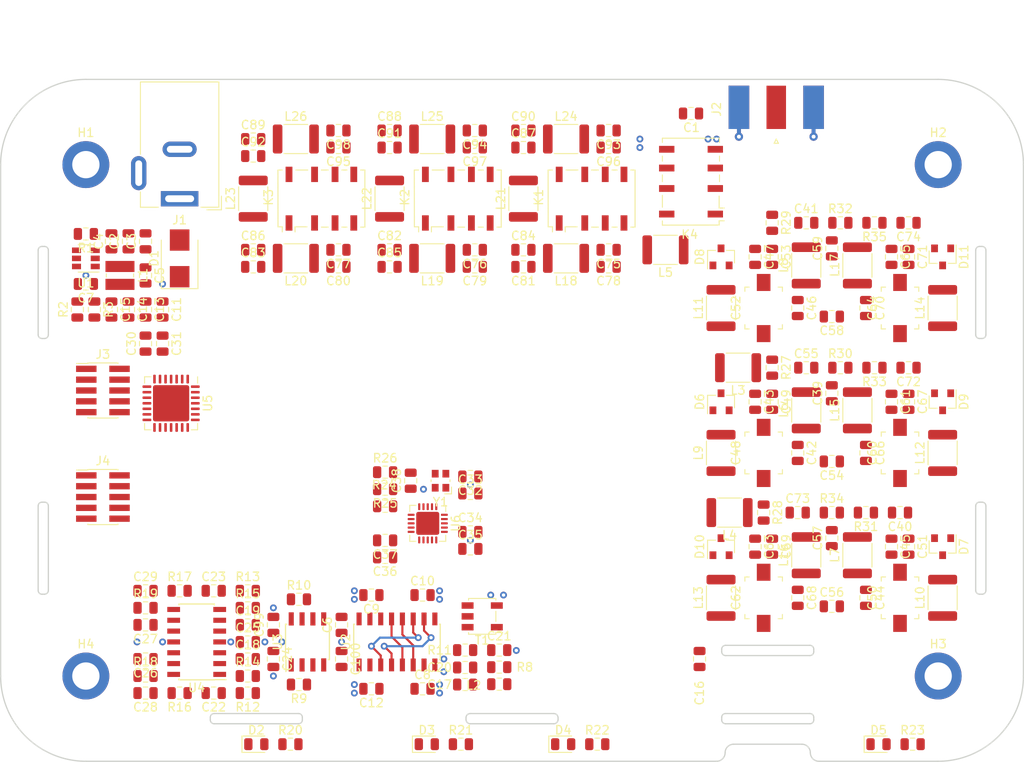
<source format=kicad_pcb>
(kicad_pcb (version 20171130) (host pcbnew 5.0.2-bee76a0~70~ubuntu18.04.1)
  (layers (0 F.Cu signal) (31 B.Cu signal) (34 B.Paste user) (35 F.Paste user) (36 B.SilkS user hide) (37 F.SilkS user hide) (38 B.Mask user) (39 F.Mask user) (44 Edge.Cuts user))
  (net 0 "")
  (net 1 GND)
  (net 2 "Net-(T1-Pad3)")
  (net 3 /1V65)
  (net 4 "Net-(T1-Pad5)")
  (net 5 "Net-(C23-Pad1)")
  (net 6 "Net-(R1-Pad2)")
  (net 7 "Net-(C1-Pad1)")
  (net 8 "Net-(C27-Pad1)")
  (net 9 "Net-(C26-Pad1)")
  (net 10 "Net-(C28-Pad2)")
  (net 11 "Net-(C22-Pad1)")
  (net 12 "Net-(C19-Pad1)")
  (net 13 "Net-(C23-Pad2)")
  (net 14 "Net-(C22-Pad2)")
  (net 15 "Net-(C18-Pad1)")
  (net 16 "Net-(R12-Pad1)")
  (net 17 "Net-(R2-Pad2)")
  (net 18 +3V3)
  (net 19 "Net-(C12-Pad1)")
  (net 20 "Net-(R10-Pad1)")
  (net 21 "Net-(L2-Pad2)")
  (net 22 BB_QPH)
  (net 23 BB_IPH)
  (net 24 "Net-(D1-Pad2)")
  (net 25 "Net-(C10-Pad1)")
  (net 26 "Net-(C1-Pad2)")
  (net 27 "Net-(C2-Pad1)")
  (net 28 "Net-(C8-Pad1)")
  (net 29 "Net-(C9-Pad1)")
  (net 30 "Net-(C7-Pad1)")
  (net 31 "Net-(C7-Pad2)")
  (net 32 "Net-(C29-Pad1)")
  (net 33 "Net-(J4-Pad1)")
  (net 34 "Net-(J4-Pad3)")
  (net 35 "Net-(J4-Pad5)")
  (net 36 "Net-(J4-Pad7)")
  (net 37 "Net-(J4-Pad9)")
  (net 38 "Net-(J3-Pad5)")
  (net 39 "Net-(J3-Pad3)")
  (net 40 /ADC_SPI_CLK)
  (net 41 /ADC_SPI_MISO)
  (net 42 /ADC_SPI_CS)
  (net 43 /I2C_LO_SCL)
  (net 44 /I2C_LO_SDA)
  (net 45 "/Power Supply/1V65")
  (net 46 "Net-(D5-Pad2)")
  (net 47 "Net-(D4-Pad2)")
  (net 48 "Net-(D3-Pad2)")
  (net 49 "Net-(D2-Pad2)")
  (net 50 "Net-(R23-Pad2)")
  (net 51 "Net-(R22-Pad2)")
  (net 52 "Net-(R21-Pad2)")
  (net 53 "Net-(R20-Pad2)")
  (net 54 "Net-(U5-Pad1)")
  (net 55 "Net-(U5-Pad2)")
  (net 56 "Net-(U5-Pad3)")
  (net 57 "Net-(U5-Pad4)")
  (net 58 "Net-(U5-Pad7)")
  (net 59 "Net-(U5-Pad10)")
  (net 60 "Net-(U5-Pad15)")
  (net 61 "Net-(U5-Pad17)")
  (net 62 "Net-(U5-Pad18)")
  (net 63 "Net-(U5-Pad19)")
  (net 64 "Net-(U5-Pad20)")
  (net 65 "Net-(U5-Pad21)")
  (net 66 "Net-(U5-Pad22)")
  (net 67 "Net-(U5-Pad23)")
  (net 68 "Net-(U5-Pad24)")
  (net 69 "Net-(U5-Pad25)")
  (net 70 "Net-(U5-Pad26)")
  (net 71 "Net-(U5-Pad27)")
  (net 72 "Net-(U5-Pad28)")
  (net 73 "Net-(R25-Pad1)")
  (net 74 "Net-(R24-Pad2)")
  (net 75 "/Local oscillator/LO_I2C_SCL")
  (net 76 "/Local oscillator/LO_I2C_SDA")
  (net 77 "/Local oscillator/LO_TX_QPH")
  (net 78 "/Local oscillator/LO_TX_IPH")
  (net 79 "/Local oscillator/LO_RX_QPH")
  (net 80 "/Local oscillator/LO_RX_IPH")
  (net 81 "/Local oscillator/LO_TST_RX")
  (net 82 "Net-(U6-Pad1)")
  (net 83 "Net-(U6-Pad2)")
  (net 84 "Net-(U6-Pad15)")
  (net 85 "Net-(U6-Pad16)")
  (net 86 "Net-(U6-Pad17)")
  (net 87 LO_CLK_Q)
  (net 88 LO_CLK_I)
  (net 89 /IOC_INT_INTA)
  (net 90 /IOC_I2C_SCL)
  (net 91 /IOC_I2C_SDA)
  (net 92 /IOC_~RESET)
  (net 93 "Net-(C41-Pad2)")
  (net 94 "Net-(C74-Pad2)")
  (net 95 "Net-(C59-Pad2)")
  (net 96 "Net-(C57-Pad2)")
  (net 97 "Net-(C73-Pad2)")
  (net 98 "Net-(C72-Pad2)")
  (net 99 "Net-(C55-Pad2)")
  (net 100 "Net-(C40-Pad2)")
  (net 101 "Net-(C39-Pad2)")
  (net 102 "Net-(K1-Pad1)")
  (net 103 "Net-(K1-Pad8)")
  (net 104 /Bandfilter/PRE_IN)
  (net 105 "Net-(C42-Pad1)")
  (net 106 /Bandfilter/PRE_OUT)
  (net 107 "Net-(C64-Pad2)")
  (net 108 "Net-(C62-Pad2)")
  (net 109 "Net-(C60-Pad2)")
  (net 110 "Net-(C46-Pad1)")
  (net 111 "Net-(C44-Pad1)")
  (net 112 "Net-(C44-Pad2)")
  (net 113 "Net-(C46-Pad2)")
  (net 114 "Net-(C54-Pad1)")
  (net 115 "Net-(C56-Pad1)")
  (net 116 "Net-(C87-Pad2)")
  (net 117 "Net-(C81-Pad2)")
  (net 118 "Net-(C58-Pad1)")
  (net 119 "Net-(C83-Pad2)")
  (net 120 "Net-(C82-Pad2)")
  (net 121 "Net-(C89-Pad2)")
  (net 122 "Net-(C88-Pad2)")
  (net 123 /Bandfilter/BPF_EN_80M)
  (net 124 /Bandfilter/BPF_EN_40M)
  (net 125 /Bandfilter/BPF_EN_20M)
  (net 126 "Net-(C42-Pad2)")
  (net 127 "Net-(K3-Pad8)")
  (net 128 /Bandfilter/LPF_20M_IN)
  (net 129 /Bandfilter/LPF_IN)
  (net 130 /Bandfilter/LPF_OUT)
  (net 131 /Bandfilter/LPF_20M_OUT)
  (net 132 "Net-(K3-Pad1)")
  (net 133 /Bandfilter/LPF_80M_OUT)
  (net 134 "Net-(K2-Pad8)")
  (net 135 /Bandfilter/LPF_40M_OUT)
  (net 136 "Net-(K2-Pad1)")
  (net 137 /Bandfilter/LPF_80M_IN)
  (net 138 /Bandfilter/LPF_40M_IN)
  (net 139 "Net-(T1-Pad1)")
  (net 140 "Net-(K4-Pad8)")
  (net 141 "Net-(K4-Pad1)")
  (module Capacitor_SMD:C_0805_2012Metric (layer F.Cu) (at -20 28 270)
    (fp_text reference C100 (at 0 -1.65 270) (layer F.SilkS))
    (fp_text value 10n)
    (pad 1 smd roundrect (at -0.9375 0 270) (size 0.975 1.4) (layers F.Cu F.Paste F.Mask) (net 18 +3V3))
    (pad 2 smd roundrect (at 0.9375 0 270) (size 0.975 1.4) (layers F.Cu F.Paste F.Mask) (net 1 GND))
  )
  (module Capacitor_SMD:C_0805_2012Metric (layer F.Cu) (at -28 24 90)
    (fp_text reference C99 (at 0 -1.65 90) (layer F.SilkS))
    (fp_text value 1u)
    (pad 1 smd roundrect (at -0.9375 0 90) (size 0.975 1.4) (layers F.Cu F.Paste F.Mask) (net 18 +3V3))
    (pad 2 smd roundrect (at 0.9375 0 90) (size 0.975 1.4) (layers F.Cu F.Paste F.Mask) (net 1 GND))
  )
  (module Capacitor_SMD:C_0805_2012Metric (layer F.Cu) (at -5.5 31 180)
    (fp_text reference C17 (at 3 0 180) (layer F.SilkS))
    (fp_text value 4u7)
    (pad 2 smd roundrect (at 0.9375 0 180) (size 0.975 1.4) (layers F.Cu F.Paste F.Mask) (net 1 GND))
    (pad 1 smd roundrect (at -0.9375 0 180) (size 0.975 1.4) (layers F.Cu F.Paste F.Mask) (net 45 "/Power Supply/1V65"))
  )
  (module Resistor_SMD:R_0805_2012Metric (layer F.Cu) (at -5.5 26.959289)
    (fp_text reference R11 (at -3 0) (layer F.SilkS))
    (fp_text value 10k)
    (pad 1 smd roundrect (at -0.9375 0) (size 0.975 1.4) (layers F.Cu F.Paste F.Mask) (net 1 GND))
    (pad 2 smd roundrect (at 0.9375 0) (size 0.975 1.4) (layers F.Cu F.Paste F.Mask) (net 45 "/Power Supply/1V65"))
  )
  (module Capacitor_SMD:C_0805_2012Metric (layer F.Cu) (at -1.5 26.959289)
    (fp_text reference C21 (at 0 -1.65) (layer F.SilkS))
    (fp_text value 100n)
    (pad 1 smd roundrect (at -0.9375 0) (size 0.975 1.4) (layers F.Cu F.Paste F.Mask) (net 45 "/Power Supply/1V65"))
    (pad 2 smd roundrect (at 0.9375 0) (size 0.975 1.4) (layers F.Cu F.Paste F.Mask) (net 1 GND))
  )
  (module Capacitor_SMD:C_0805_2012Metric (layer F.Cu) (at -5.5 29 180)
    (fp_text reference C20 (at 3 0 180) (layer F.SilkS))
    (fp_text value 100n)
    (pad 1 smd roundrect (at -0.9375 0 180) (size 0.975 1.4) (layers F.Cu F.Paste F.Mask) (net 45 "/Power Supply/1V65"))
    (pad 2 smd roundrect (at 0.9375 0 180) (size 0.975 1.4) (layers F.Cu F.Paste F.Mask) (net 1 GND))
  )
  (module Capacitor_SMD:C_0805_2012Metric (layer F.Cu) (at 22 28 270)
    (fp_text reference C16 (at 4 0 270) (layer F.SilkS))
    (fp_text value 4u7)
    (pad 1 smd roundrect (at -0.9375 0 270) (size 0.975 1.4) (layers F.Cu F.Paste F.Mask) (net 45 "/Power Supply/1V65"))
    (pad 2 smd roundrect (at 0.9375 0 270) (size 0.975 1.4) (layers F.Cu F.Paste F.Mask) (net 1 GND))
  )
  (module Inductor_SMD:L_0805_2012Metric (layer F.Cu) (at -1.5 30.959289 180)
    (fp_text reference L2 (at 3 -0.136361 180) (layer F.SilkS))
    (fp_text value 33u)
    (pad 1 smd roundrect (at -0.9375 0 180) (size 0.975 1.4) (layers F.Cu F.Paste F.Mask) (net 18 +3V3))
    (pad 2 smd roundrect (at 0.9375 0 180) (size 0.975 1.4) (layers F.Cu F.Paste F.Mask) (net 21 "Net-(L2-Pad2)"))
  )
  (module Resistor_SMD:R_0805_2012Metric (layer F.Cu) (at -1.5 28.959289)
    (fp_text reference R8 (at 3 0) (layer F.SilkS))
    (fp_text value 10k)
    (pad 2 smd roundrect (at 0.9375 0) (size 0.975 1.4) (layers F.Cu F.Paste F.Mask) (net 21 "Net-(L2-Pad2)"))
    (pad 1 smd roundrect (at -0.9375 0) (size 0.975 1.4) (layers F.Cu F.Paste F.Mask) (net 45 "/Power Supply/1V65"))
  )
  (module Capacitor_SMD:C_0805_2012Metric (layer F.Cu) (at 21 -36 180)
    (fp_text reference C1 (at -0.056946 -1.657143) (layer F.SilkS))
    (fp_text value 100n)
    (pad 1 smd roundrect (at -0.9375 0 180) (size 0.975 1.4) (layers F.Cu F.Paste F.Mask) (net 7 "Net-(C1-Pad1)"))
    (pad 2 smd roundrect (at 0.9375 0 180) (size 0.975 1.4) (layers F.Cu F.Paste F.Mask) (net 26 "Net-(C1-Pad2)"))
  )
  (module Relay_SMD:Relay_DPDT_Omron_G6K-2G-Y (layer F.Cu) (at 21 -28 180)
    (fp_text reference K4 (at 0.16 -6.2 180) (layer F.SilkS))
    (fp_text value G6K-2)
    (pad 8 smd rect (at 2.85 -3.8 180) (size 1.8 0.8) (layers F.Cu F.Paste F.Mask) (net 140 "Net-(K4-Pad8)"))
    (pad 7 smd rect (at 2.85 -0.8 180) (size 1.8 0.8) (layers F.Cu F.Paste F.Mask) (net 1 GND))
    (pad 6 smd rect (at 2.85 1.6 180) (size 1.8 0.8) (layers F.Cu F.Paste F.Mask) (net 130 /Bandfilter/LPF_OUT))
    (pad 5 smd rect (at 2.85 3.8 180) (size 1.8 0.8) (layers F.Cu F.Paste F.Mask) (net 26 "Net-(C1-Pad2)"))
    (pad 4 smd rect (at -2.85 3.8 180) (size 1.8 0.8) (layers F.Cu F.Paste F.Mask) (net 1 GND))
    (pad 3 smd rect (at -2.85 1.6 180) (size 1.8 0.8) (layers F.Cu F.Paste F.Mask) (net 104 /Bandfilter/PRE_IN))
    (pad 2 smd rect (at -2.85 -0.8 180) (size 1.8 0.8) (layers F.Cu F.Paste F.Mask) (net 26 "Net-(C1-Pad2)"))
    (pad 1 smd rect (at -2.85 -3.8 180) (size 1.8 0.8) (layers F.Cu F.Paste F.Mask) (net 141 "Net-(K4-Pad1)"))
  )
  (module Capacitor_SMD:C_0805_2012Metric (layer F.Cu) (at 33.520406 -13.174885 270)
    (fp_text reference C46 (at 0 -1.65 270) (layer F.SilkS))
    (fp_text value 68p)
    (pad 2 smd roundrect (at 0.9375 0 270) (size 0.975 1.4) (layers F.Cu F.Paste F.Mask) (net 113 "Net-(C46-Pad2)"))
    (pad 1 smd roundrect (at -0.9375 0 270) (size 0.975 1.4) (layers F.Cu F.Paste F.Mask) (net 110 "Net-(C46-Pad1)"))
  )
  (module Capacitor_SMD:C_0805_2012Metric (layer F.Cu) (at 28.520406 -2.174885 270)
    (fp_text reference C43 (at 0 -1.65 270) (layer F.SilkS))
    (fp_text value 68p)
    (pad 1 smd roundrect (at -0.9375 0 270) (size 0.975 1.4) (layers F.Cu F.Paste F.Mask) (net 1 GND))
    (pad 2 smd roundrect (at 0.9375 0 270) (size 0.975 1.4) (layers F.Cu F.Paste F.Mask) (net 105 "Net-(C42-Pad1)"))
  )
  (module Inductor_SMD:L_1812_4532Metric (layer F.Cu) (at 18 -20 180)
    (fp_text reference L5 (at 0 -2.65 180) (layer F.SilkS))
    (fp_text value L_Core_Ferrite)
    (pad 1 smd roundrect (at -2.1375 0 180) (size 1.125 3.4) (layers F.Cu F.Paste F.Mask) (roundrect_rratio 0.222222) (net 95 "Net-(C59-Pad2)"))
    (pad 2 smd roundrect (at 2.1375 0 180) (size 1.125 3.4) (layers F.Cu F.Paste F.Mask) (roundrect_rratio 0.222222) (net 125 /Bandfilter/BPF_EN_20M))
  )
  (module Relay_SMD:Relay_DPDT_Omron_G6K-2G-Y (layer F.Cu) (at -6.367053 -26.005223 90)
    (fp_text reference K2 (at 0.16 -6.2 90) (layer F.SilkS))
    (fp_text value G6K-2)
    (pad 8 smd rect (at 2.85 -3.8 90) (size 1.8 0.8) (layers F.Cu F.Paste F.Mask) (net 134 "Net-(K2-Pad8)"))
    (pad 7 smd rect (at 2.85 -0.8 90) (size 1.8 0.8) (layers F.Cu F.Paste F.Mask) (net 1 GND))
    (pad 6 smd rect (at 2.85 1.6 90) (size 1.8 0.8) (layers F.Cu F.Paste F.Mask) (net 135 /Bandfilter/LPF_40M_OUT))
    (pad 5 smd rect (at 2.85 3.8 90) (size 1.8 0.8) (layers F.Cu F.Paste F.Mask) (net 130 /Bandfilter/LPF_OUT))
    (pad 4 smd rect (at -2.85 3.8 90) (size 1.8 0.8) (layers F.Cu F.Paste F.Mask) (net 129 /Bandfilter/LPF_IN))
    (pad 3 smd rect (at -2.85 1.6 90) (size 1.8 0.8) (layers F.Cu F.Paste F.Mask) (net 138 /Bandfilter/LPF_40M_IN))
    (pad 2 smd rect (at -2.85 -0.8 90) (size 1.8 0.8) (layers F.Cu F.Paste F.Mask) (net 1 GND))
    (pad 1 smd rect (at -2.85 -3.8 90) (size 1.8 0.8) (layers F.Cu F.Paste F.Mask) (net 136 "Net-(K2-Pad1)"))
  )
  (module Relay_SMD:Relay_DPDT_Omron_G6K-2G-Y (layer F.Cu) (at 9.332947 -26.005223 90)
    (fp_text reference K1 (at 0.16 -6.2 90) (layer F.SilkS))
    (fp_text value G6K-2)
    (pad 1 smd rect (at -2.85 -3.8 90) (size 1.8 0.8) (layers F.Cu F.Paste F.Mask) (net 102 "Net-(K1-Pad1)"))
    (pad 2 smd rect (at -2.85 -0.8 90) (size 1.8 0.8) (layers F.Cu F.Paste F.Mask) (net 1 GND))
    (pad 3 smd rect (at -2.85 1.6 90) (size 1.8 0.8) (layers F.Cu F.Paste F.Mask) (net 137 /Bandfilter/LPF_80M_IN))
    (pad 4 smd rect (at -2.85 3.8 90) (size 1.8 0.8) (layers F.Cu F.Paste F.Mask) (net 129 /Bandfilter/LPF_IN))
    (pad 5 smd rect (at 2.85 3.8 90) (size 1.8 0.8) (layers F.Cu F.Paste F.Mask) (net 130 /Bandfilter/LPF_OUT))
    (pad 6 smd rect (at 2.85 1.6 90) (size 1.8 0.8) (layers F.Cu F.Paste F.Mask) (net 133 /Bandfilter/LPF_80M_OUT))
    (pad 7 smd rect (at 2.85 -0.8 90) (size 1.8 0.8) (layers F.Cu F.Paste F.Mask) (net 1 GND))
    (pad 8 smd rect (at 2.85 -3.8 90) (size 1.8 0.8) (layers F.Cu F.Paste F.Mask) (net 103 "Net-(K1-Pad8)"))
  )
  (module Relay_SMD:Relay_DPDT_Omron_G6K-2G-Y (layer F.Cu) (at -22.367053 -26.005223 90)
    (fp_text reference K3 (at 0.16 -6.2 90) (layer F.SilkS))
    (fp_text value G6K-2)
    (pad 8 smd rect (at 2.85 -3.8 90) (size 1.8 0.8) (layers F.Cu F.Paste F.Mask) (net 127 "Net-(K3-Pad8)"))
    (pad 7 smd rect (at 2.85 -0.8 90) (size 1.8 0.8) (layers F.Cu F.Paste F.Mask) (net 1 GND))
    (pad 6 smd rect (at 2.85 1.6 90) (size 1.8 0.8) (layers F.Cu F.Paste F.Mask) (net 131 /Bandfilter/LPF_20M_OUT))
    (pad 5 smd rect (at 2.85 3.8 90) (size 1.8 0.8) (layers F.Cu F.Paste F.Mask) (net 130 /Bandfilter/LPF_OUT))
    (pad 4 smd rect (at -2.85 3.8 90) (size 1.8 0.8) (layers F.Cu F.Paste F.Mask) (net 129 /Bandfilter/LPF_IN))
    (pad 3 smd rect (at -2.85 1.6 90) (size 1.8 0.8) (layers F.Cu F.Paste F.Mask) (net 128 /Bandfilter/LPF_20M_IN))
    (pad 2 smd rect (at -2.85 -0.8 90) (size 1.8 0.8) (layers F.Cu F.Paste F.Mask) (net 1 GND))
    (pad 1 smd rect (at -2.85 -3.8 90) (size 1.8 0.8) (layers F.Cu F.Paste F.Mask) (net 132 "Net-(K3-Pad1)"))
  )
  (module Capacitor_SMD:C_0805_2012Metric (layer F.Cu) (at 37.520406 4.825115 180)
    (fp_text reference C54 (at 0 -1.65 180) (layer F.SilkS))
    (fp_text value 68p)
    (pad 1 smd roundrect (at -0.9375 0 180) (size 0.975 1.4) (layers F.Cu F.Paste F.Mask) (net 114 "Net-(C54-Pad1)"))
    (pad 2 smd roundrect (at 0.9375 0 180) (size 0.975 1.4) (layers F.Cu F.Paste F.Mask) (net 126 "Net-(C42-Pad2)"))
  )
  (module Capacitor_SMD:C_Trimmer_Murata_TZB4-B (layer F.Cu) (at 29.520406 3.825115 90)
    (fp_text reference C48 (at 0 -3.25 90) (layer F.SilkS))
    (fp_text value C_Variable)
    (pad 1 smd rect (at -3 0 90) (size 2 1.6) (layers F.Cu F.Paste F.Mask) (net 126 "Net-(C42-Pad2)"))
    (pad 2 smd rect (at 3 0 90) (size 2 1.6) (layers F.Cu F.Paste F.Mask) (net 105 "Net-(C42-Pad1)"))
  )
  (module Capacitor_SMD:C_0805_2012Metric (layer F.Cu) (at -4.367053 -34.005223 180)
    (fp_text reference C94 (at 0 -1.65 180) (layer F.SilkS))
    (fp_text value 68p)
    (pad 2 smd roundrect (at 0.9375 0 180) (size 0.975 1.4) (layers F.Cu F.Paste F.Mask) (net 135 /Bandfilter/LPF_40M_OUT))
    (pad 1 smd roundrect (at -0.9375 0 180) (size 0.975 1.4) (layers F.Cu F.Paste F.Mask) (net 1 GND))
  )
  (module Capacitor_SMD:C_0805_2012Metric (layer F.Cu) (at -20.367053 -34.005223 180)
    (fp_text reference C98 (at 0 -1.65 180) (layer F.SilkS))
    (fp_text value 68p)
    (pad 1 smd roundrect (at -0.9375 0 180) (size 0.975 1.4) (layers F.Cu F.Paste F.Mask) (net 1 GND))
    (pad 2 smd roundrect (at 0.9375 0 180) (size 0.975 1.4) (layers F.Cu F.Paste F.Mask) (net 131 /Bandfilter/LPF_20M_OUT))
  )
  (module Capacitor_SMD:C_0805_2012Metric (layer F.Cu) (at 11.332947 -32.005223 180)
    (fp_text reference C96 (at 0 -1.65 180) (layer F.SilkS))
    (fp_text value 68p)
    (pad 2 smd roundrect (at 0.9375 0 180) (size 0.975 1.4) (layers F.Cu F.Paste F.Mask) (net 133 /Bandfilter/LPF_80M_OUT))
    (pad 1 smd roundrect (at -0.9375 0 180) (size 0.975 1.4) (layers F.Cu F.Paste F.Mask) (net 1 GND))
  )
  (module Capacitor_SMD:C_0805_2012Metric (layer F.Cu) (at 44.520406 -2.174885 270)
    (fp_text reference C61 (at 0 -1.65 270) (layer F.SilkS))
    (fp_text value 68p)
    (pad 1 smd roundrect (at -0.9375 0 270) (size 0.975 1.4) (layers F.Cu F.Paste F.Mask) (net 1 GND))
    (pad 2 smd roundrect (at 0.9375 0 270) (size 0.975 1.4) (layers F.Cu F.Paste F.Mask) (net 109 "Net-(C60-Pad2)"))
  )
  (module Capacitor_SMD:C_0805_2012Metric (layer F.Cu) (at -20.367053 -32.005223 180)
    (fp_text reference C95 (at 0 -1.65 180) (layer F.SilkS))
    (fp_text value 68p)
    (pad 1 smd roundrect (at -0.9375 0 180) (size 0.975 1.4) (layers F.Cu F.Paste F.Mask) (net 1 GND))
    (pad 2 smd roundrect (at 0.9375 0 180) (size 0.975 1.4) (layers F.Cu F.Paste F.Mask) (net 131 /Bandfilter/LPF_20M_OUT))
  )
  (module Capacitor_SMD:C_0805_2012Metric (layer F.Cu) (at 37.520406 -20.174885 90)
    (fp_text reference C59 (at 0 -1.65 90) (layer F.SilkS))
    (fp_text value 68p)
    (pad 2 smd roundrect (at 0.9375 0 90) (size 0.975 1.4) (layers F.Cu F.Paste F.Mask) (net 95 "Net-(C59-Pad2)"))
    (pad 1 smd roundrect (at -0.9375 0 90) (size 0.975 1.4) (layers F.Cu F.Paste F.Mask) (net 1 GND))
  )
  (module Capacitor_SMD:C_0805_2012Metric (layer F.Cu) (at -4.367053 -32.005223 180)
    (fp_text reference C97 (at 0 -1.65 180) (layer F.SilkS))
    (fp_text value 68p)
    (pad 1 smd roundrect (at -0.9375 0 180) (size 0.975 1.4) (layers F.Cu F.Paste F.Mask) (net 1 GND))
    (pad 2 smd roundrect (at 0.9375 0 180) (size 0.975 1.4) (layers F.Cu F.Paste F.Mask) (net 135 /Bandfilter/LPF_40M_OUT))
  )
  (module Capacitor_SMD:C_0805_2012Metric (layer F.Cu) (at 28.520406 14.825115 270)
    (fp_text reference C63 (at 0 -1.65 270) (layer F.SilkS))
    (fp_text value 68p)
    (pad 2 smd roundrect (at 0.9375 0 270) (size 0.975 1.4) (layers F.Cu F.Paste F.Mask) (net 108 "Net-(C62-Pad2)"))
    (pad 1 smd roundrect (at -0.9375 0 270) (size 0.975 1.4) (layers F.Cu F.Paste F.Mask) (net 1 GND))
  )
  (module Capacitor_SMD:C_0805_2012Metric (layer F.Cu) (at 44.520406 -19.174885 270)
    (fp_text reference C65 (at 0 -1.65 270) (layer F.SilkS))
    (fp_text value 68p)
    (pad 1 smd roundrect (at -0.9375 0 270) (size 0.975 1.4) (layers F.Cu F.Paste F.Mask) (net 1 GND))
    (pad 2 smd roundrect (at 0.9375 0 270) (size 0.975 1.4) (layers F.Cu F.Paste F.Mask) (net 107 "Net-(C64-Pad2)"))
  )
  (module Capacitor_SMD:C_0805_2012Metric (layer F.Cu) (at 41.520406 3.825115 270)
    (fp_text reference C66 (at 0 -1.65 270) (layer F.SilkS))
    (fp_text value 68p)
    (pad 2 smd roundrect (at 0.9375 0 270) (size 0.975 1.4) (layers F.Cu F.Paste F.Mask) (net 114 "Net-(C54-Pad1)"))
    (pad 1 smd roundrect (at -0.9375 0 270) (size 0.975 1.4) (layers F.Cu F.Paste F.Mask) (net 109 "Net-(C60-Pad2)"))
  )
  (module Capacitor_SMD:C_0805_2012Metric (layer F.Cu) (at 46.520406 -2.174885 270)
    (fp_text reference C67 (at 0 -1.65 270) (layer F.SilkS))
    (fp_text value 68p)
    (pad 1 smd roundrect (at -0.9375 0 270) (size 0.975 1.4) (layers F.Cu F.Paste F.Mask) (net 1 GND))
    (pad 2 smd roundrect (at 0.9375 0 270) (size 0.975 1.4) (layers F.Cu F.Paste F.Mask) (net 109 "Net-(C60-Pad2)"))
  )
  (module Capacitor_SMD:C_0805_2012Metric (layer F.Cu) (at 33.520406 20.825115 270)
    (fp_text reference C68 (at 0 -1.65 270) (layer F.SilkS))
    (fp_text value 68p)
    (pad 2 smd roundrect (at 0.9375 0 270) (size 0.975 1.4) (layers F.Cu F.Paste F.Mask) (net 115 "Net-(C56-Pad1)"))
    (pad 1 smd roundrect (at -0.9375 0 270) (size 0.975 1.4) (layers F.Cu F.Paste F.Mask) (net 108 "Net-(C62-Pad2)"))
  )
  (module Capacitor_SMD:C_0805_2012Metric (layer F.Cu) (at 30.520406 14.825115 270)
    (fp_text reference C69 (at 0 -1.65 270) (layer F.SilkS))
    (fp_text value 68p)
    (pad 1 smd roundrect (at -0.9375 0 270) (size 0.975 1.4) (layers F.Cu F.Paste F.Mask) (net 1 GND))
    (pad 2 smd roundrect (at 0.9375 0 270) (size 0.975 1.4) (layers F.Cu F.Paste F.Mask) (net 108 "Net-(C62-Pad2)"))
  )
  (module Capacitor_SMD:C_0805_2012Metric (layer F.Cu) (at 41.520406 -13.174885 270)
    (fp_text reference C70 (at 0 -1.65 270) (layer F.SilkS))
    (fp_text value 68p)
    (pad 2 smd roundrect (at 0.9375 0 270) (size 0.975 1.4) (layers F.Cu F.Paste F.Mask) (net 118 "Net-(C58-Pad1)"))
    (pad 1 smd roundrect (at -0.9375 0 270) (size 0.975 1.4) (layers F.Cu F.Paste F.Mask) (net 107 "Net-(C64-Pad2)"))
  )
  (module Capacitor_SMD:C_0805_2012Metric (layer F.Cu) (at 46.520406 -19.174885 270)
    (fp_text reference C71 (at 0 -1.65 270) (layer F.SilkS))
    (fp_text value 68p)
    (pad 1 smd roundrect (at -0.9375 0 270) (size 0.975 1.4) (layers F.Cu F.Paste F.Mask) (net 1 GND))
    (pad 2 smd roundrect (at 0.9375 0 270) (size 0.975 1.4) (layers F.Cu F.Paste F.Mask) (net 107 "Net-(C64-Pad2)"))
  )
  (module Capacitor_SMD:C_0805_2012Metric (layer F.Cu) (at 46.520406 -6.174885 180)
    (fp_text reference C72 (at 0 -1.65 180) (layer F.SilkS))
    (fp_text value 68p)
    (pad 2 smd roundrect (at 0.9375 0 180) (size 0.975 1.4) (layers F.Cu F.Paste F.Mask) (net 98 "Net-(C72-Pad2)"))
    (pad 1 smd roundrect (at -0.9375 0 180) (size 0.975 1.4) (layers F.Cu F.Paste F.Mask) (net 1 GND))
  )
  (module Capacitor_SMD:C_0805_2012Metric (layer F.Cu) (at 33.520406 10.825115)
    (fp_text reference C73 (at 0 -1.65) (layer F.SilkS))
    (fp_text value 68p)
    (pad 1 smd roundrect (at -0.9375 0) (size 0.975 1.4) (layers F.Cu F.Paste F.Mask) (net 1 GND))
    (pad 2 smd roundrect (at 0.9375 0) (size 0.975 1.4) (layers F.Cu F.Paste F.Mask) (net 97 "Net-(C73-Pad2)"))
  )
  (module Capacitor_SMD:C_0805_2012Metric (layer F.Cu) (at -30.367053 -20.005223)
    (fp_text reference C86 (at 0 -1.65) (layer F.SilkS))
    (fp_text value 68p)
    (pad 2 smd roundrect (at 0.9375 0) (size 0.975 1.4) (layers F.Cu F.Paste F.Mask) (net 119 "Net-(C83-Pad2)"))
    (pad 1 smd roundrect (at -0.9375 0) (size 0.975 1.4) (layers F.Cu F.Paste F.Mask) (net 1 GND))
  )
  (module Capacitor_SMD:C_0805_2012Metric (layer F.Cu) (at 11.332947 -20.005223 180)
    (fp_text reference C75 (at 0 -1.65 180) (layer F.SilkS))
    (fp_text value 68p)
    (pad 1 smd roundrect (at -0.9375 0 180) (size 0.975 1.4) (layers F.Cu F.Paste F.Mask) (net 1 GND))
    (pad 2 smd roundrect (at 0.9375 0 180) (size 0.975 1.4) (layers F.Cu F.Paste F.Mask) (net 137 /Bandfilter/LPF_80M_IN))
  )
  (module Capacitor_SMD:C_0805_2012Metric (layer F.Cu) (at -4.367053 -20.005223 180)
    (fp_text reference C76 (at 0 -1.65 180) (layer F.SilkS))
    (fp_text value 68p)
    (pad 2 smd roundrect (at 0.9375 0 180) (size 0.975 1.4) (layers F.Cu F.Paste F.Mask) (net 138 /Bandfilter/LPF_40M_IN))
    (pad 1 smd roundrect (at -0.9375 0 180) (size 0.975 1.4) (layers F.Cu F.Paste F.Mask) (net 1 GND))
  )
  (module Capacitor_SMD:C_0805_2012Metric (layer F.Cu) (at -20.367053 -20.005223 180)
    (fp_text reference C77 (at 0 -1.65 180) (layer F.SilkS))
    (fp_text value 68p)
    (pad 1 smd roundrect (at -0.9375 0 180) (size 0.975 1.4) (layers F.Cu F.Paste F.Mask) (net 1 GND))
    (pad 2 smd roundrect (at 0.9375 0 180) (size 0.975 1.4) (layers F.Cu F.Paste F.Mask) (net 128 /Bandfilter/LPF_20M_IN))
  )
  (module Capacitor_SMD:C_0805_2012Metric (layer F.Cu) (at 11.332947 -18.005223 180)
    (fp_text reference C78 (at 0 -1.65 180) (layer F.SilkS))
    (fp_text value 68p)
    (pad 2 smd roundrect (at 0.9375 0 180) (size 0.975 1.4) (layers F.Cu F.Paste F.Mask) (net 137 /Bandfilter/LPF_80M_IN))
    (pad 1 smd roundrect (at -0.9375 0 180) (size 0.975 1.4) (layers F.Cu F.Paste F.Mask) (net 1 GND))
  )
  (module Capacitor_SMD:C_0805_2012Metric (layer F.Cu) (at -4.367053 -18.005223 180)
    (fp_text reference C79 (at 0 -1.65 180) (layer F.SilkS))
    (fp_text value 68p)
    (pad 1 smd roundrect (at -0.9375 0 180) (size 0.975 1.4) (layers F.Cu F.Paste F.Mask) (net 1 GND))
    (pad 2 smd roundrect (at 0.9375 0 180) (size 0.975 1.4) (layers F.Cu F.Paste F.Mask) (net 138 /Bandfilter/LPF_40M_IN))
  )
  (module Capacitor_SMD:C_0805_2012Metric (layer F.Cu) (at -20.367053 -18.005223 180)
    (fp_text reference C80 (at 0 -1.65 180) (layer F.SilkS))
    (fp_text value 68p)
    (pad 2 smd roundrect (at 0.9375 0 180) (size 0.975 1.4) (layers F.Cu F.Paste F.Mask) (net 128 /Bandfilter/LPF_20M_IN))
    (pad 1 smd roundrect (at -0.9375 0 180) (size 0.975 1.4) (layers F.Cu F.Paste F.Mask) (net 1 GND))
  )
  (module Capacitor_SMD:C_0805_2012Metric (layer F.Cu) (at 1.332947 -18.005223 180)
    (fp_text reference C81 (at 0 -1.65 180) (layer F.SilkS))
    (fp_text value 68p)
    (pad 1 smd roundrect (at -0.9375 0 180) (size 0.975 1.4) (layers F.Cu F.Paste F.Mask) (net 1 GND))
    (pad 2 smd roundrect (at 0.9375 0 180) (size 0.975 1.4) (layers F.Cu F.Paste F.Mask) (net 117 "Net-(C81-Pad2)"))
  )
  (module Capacitor_SMD:C_0805_2012Metric (layer F.Cu) (at -14.367053 -20.005223)
    (fp_text reference C82 (at 0 -1.65) (layer F.SilkS))
    (fp_text value 68p)
    (pad 2 smd roundrect (at 0.9375 0) (size 0.975 1.4) (layers F.Cu F.Paste F.Mask) (net 120 "Net-(C82-Pad2)"))
    (pad 1 smd roundrect (at -0.9375 0) (size 0.975 1.4) (layers F.Cu F.Paste F.Mask) (net 1 GND))
  )
  (module Capacitor_SMD:C_0805_2012Metric (layer F.Cu) (at -30.367053 -18.005223)
    (fp_text reference C83 (at 0 -1.65) (layer F.SilkS))
    (fp_text value 68p)
    (pad 1 smd roundrect (at -0.9375 0) (size 0.975 1.4) (layers F.Cu F.Paste F.Mask) (net 1 GND))
    (pad 2 smd roundrect (at 0.9375 0) (size 0.975 1.4) (layers F.Cu F.Paste F.Mask) (net 119 "Net-(C83-Pad2)"))
  )
  (module Capacitor_SMD:C_0805_2012Metric (layer F.Cu) (at 1.332947 -20.005223)
    (fp_text reference C84 (at 0 -1.65) (layer F.SilkS))
    (fp_text value 68p)
    (pad 2 smd roundrect (at 0.9375 0) (size 0.975 1.4) (layers F.Cu F.Paste F.Mask) (net 117 "Net-(C81-Pad2)"))
    (pad 1 smd roundrect (at -0.9375 0) (size 0.975 1.4) (layers F.Cu F.Paste F.Mask) (net 1 GND))
  )
  (module Capacitor_SMD:C_0805_2012Metric (layer F.Cu) (at -14.367053 -18.005223)
    (fp_text reference C85 (at 0 -1.65) (layer F.SilkS))
    (fp_text value 68p)
    (pad 1 smd roundrect (at -0.9375 0) (size 0.975 1.4) (layers F.Cu F.Paste F.Mask) (net 1 GND))
    (pad 2 smd roundrect (at 0.9375 0) (size 0.975 1.4) (layers F.Cu F.Paste F.Mask) (net 120 "Net-(C82-Pad2)"))
  )
  (module Capacitor_SMD:C_0805_2012Metric (layer F.Cu) (at 46.520406 -23.174885 180)
    (fp_text reference C74 (at 0 -1.65 180) (layer F.SilkS))
    (fp_text value 68p)
    (pad 2 smd roundrect (at 0.9375 0 180) (size 0.975 1.4) (layers F.Cu F.Paste F.Mask) (net 94 "Net-(C74-Pad2)"))
    (pad 1 smd roundrect (at -0.9375 0 180) (size 0.975 1.4) (layers F.Cu F.Paste F.Mask) (net 1 GND))
  )
  (module Capacitor_SMD:C_0805_2012Metric (layer F.Cu) (at 1.332947 -32.005223)
    (fp_text reference C87 (at 0 -1.65) (layer F.SilkS))
    (fp_text value 68p)
    (pad 1 smd roundrect (at -0.9375 0) (size 0.975 1.4) (layers F.Cu F.Paste F.Mask) (net 1 GND))
    (pad 2 smd roundrect (at 0.9375 0) (size 0.975 1.4) (layers F.Cu F.Paste F.Mask) (net 116 "Net-(C87-Pad2)"))
  )
  (module Capacitor_SMD:C_0805_2012Metric (layer F.Cu) (at -14.367053 -34.005223)
    (fp_text reference C88 (at 0 -1.65) (layer F.SilkS))
    (fp_text value 68p)
    (pad 2 smd roundrect (at 0.9375 0) (size 0.975 1.4) (layers F.Cu F.Paste F.Mask) (net 122 "Net-(C88-Pad2)"))
    (pad 1 smd roundrect (at -0.9375 0) (size 0.975 1.4) (layers F.Cu F.Paste F.Mask) (net 1 GND))
  )
  (module Capacitor_SMD:C_0805_2012Metric (layer F.Cu) (at -30.367053 -33.005223)
    (fp_text reference C89 (at 0 -1.65) (layer F.SilkS))
    (fp_text value 68p)
    (pad 1 smd roundrect (at -0.9375 0) (size 0.975 1.4) (layers F.Cu F.Paste F.Mask) (net 1 GND))
    (pad 2 smd roundrect (at 0.9375 0) (size 0.975 1.4) (layers F.Cu F.Paste F.Mask) (net 121 "Net-(C89-Pad2)"))
  )
  (module Capacitor_SMD:C_0805_2012Metric (layer F.Cu) (at 1.332947 -34.005223)
    (fp_text reference C90 (at 0 -1.65) (layer F.SilkS))
    (fp_text value 68p)
    (pad 2 smd roundrect (at 0.9375 0) (size 0.975 1.4) (layers F.Cu F.Paste F.Mask) (net 116 "Net-(C87-Pad2)"))
    (pad 1 smd roundrect (at -0.9375 0) (size 0.975 1.4) (layers F.Cu F.Paste F.Mask) (net 1 GND))
  )
  (module Capacitor_SMD:C_0805_2012Metric (layer F.Cu) (at -14.367053 -32.005223)
    (fp_text reference C91 (at 0 -1.65) (layer F.SilkS))
    (fp_text value 68p)
    (pad 1 smd roundrect (at -0.9375 0) (size 0.975 1.4) (layers F.Cu F.Paste F.Mask) (net 1 GND))
    (pad 2 smd roundrect (at 0.9375 0) (size 0.975 1.4) (layers F.Cu F.Paste F.Mask) (net 122 "Net-(C88-Pad2)"))
  )
  (module Capacitor_SMD:C_0805_2012Metric (layer F.Cu) (at -30.367053 -31.005223)
    (fp_text reference C92 (at 0 -1.65) (layer F.SilkS))
    (fp_text value 68p)
    (pad 2 smd roundrect (at 0.9375 0) (size 0.975 1.4) (layers F.Cu F.Paste F.Mask) (net 121 "Net-(C89-Pad2)"))
    (pad 1 smd roundrect (at -0.9375 0) (size 0.975 1.4) (layers F.Cu F.Paste F.Mask) (net 1 GND))
  )
  (module Capacitor_SMD:C_0805_2012Metric (layer F.Cu) (at 11.332947 -34.005223 180)
    (fp_text reference C93 (at 0 -1.65 180) (layer F.SilkS))
    (fp_text value 68p)
    (pad 1 smd roundrect (at -0.9375 0 180) (size 0.975 1.4) (layers F.Cu F.Paste F.Mask) (net 1 GND))
    (pad 2 smd roundrect (at 0.9375 0 180) (size 0.975 1.4) (layers F.Cu F.Paste F.Mask) (net 133 /Bandfilter/LPF_80M_OUT))
  )
  (module Capacitor_SMD:C_Trimmer_Murata_TZB4-B (layer F.Cu) (at 45.520406 3.825115 90)
    (fp_text reference C60 (at 0 -3.25 90) (layer F.SilkS))
    (fp_text value C_Variable)
    (pad 1 smd rect (at -3 0 90) (size 2 1.6) (layers F.Cu F.Paste F.Mask) (net 114 "Net-(C54-Pad1)"))
    (pad 2 smd rect (at 3 0 90) (size 2 1.6) (layers F.Cu F.Paste F.Mask) (net 109 "Net-(C60-Pad2)"))
  )
  (module Capacitor_SMD:C_Trimmer_Murata_TZB4-B (layer F.Cu) (at 45.520406 -13.174885 90)
    (fp_text reference C64 (at 0 -3.25 90) (layer F.SilkS))
    (fp_text value C_Variable)
    (pad 2 smd rect (at 3 0 90) (size 2 1.6) (layers F.Cu F.Paste F.Mask) (net 107 "Net-(C64-Pad2)"))
    (pad 1 smd rect (at -3 0 90) (size 2 1.6) (layers F.Cu F.Paste F.Mask) (net 118 "Net-(C58-Pad1)"))
  )
  (module Capacitor_SMD:C_Trimmer_Murata_TZB4-B (layer F.Cu) (at 29.520406 20.825115 90)
    (fp_text reference C62 (at 0 -3.25 90) (layer F.SilkS))
    (fp_text value C_Variable)
    (pad 1 smd rect (at -3 0 90) (size 2 1.6) (layers F.Cu F.Paste F.Mask) (net 115 "Net-(C56-Pad1)"))
    (pad 2 smd rect (at 3 0 90) (size 2 1.6) (layers F.Cu F.Paste F.Mask) (net 108 "Net-(C62-Pad2)"))
  )
  (module Capacitor_SMD:C_Trimmer_Murata_TZB4-B (layer F.Cu) (at 29.520406 -13.174885 90)
    (fp_text reference C52 (at 0 -3.25 90) (layer F.SilkS))
    (fp_text value C_Variable)
    (pad 2 smd rect (at 3 0 90) (size 2 1.6) (layers F.Cu F.Paste F.Mask) (net 110 "Net-(C46-Pad1)"))
    (pad 1 smd rect (at -3 0 90) (size 2 1.6) (layers F.Cu F.Paste F.Mask) (net 113 "Net-(C46-Pad2)"))
  )
  (module Inductor_SMD:L_1812_4532Metric (layer F.Cu) (at -14.367053 -26.005223 90)
    (fp_text reference L22 (at 0 -2.65 90) (layer F.SilkS))
    (fp_text value L)
    (pad 2 smd roundrect (at 2.1375 0 90) (size 1.125 3.4) (layers F.Cu F.Paste F.Mask) (roundrect_rratio 0.222222) (net 122 "Net-(C88-Pad2)"))
    (pad 1 smd roundrect (at -2.1375 0 90) (size 1.125 3.4) (layers F.Cu F.Paste F.Mask) (roundrect_rratio 0.222222) (net 120 "Net-(C82-Pad2)"))
  )
  (module Inductor_SMD:L_1812_4532Metric (layer F.Cu) (at -30.367053 -26.005223 90)
    (fp_text reference L23 (at 0 -2.65 90) (layer F.SilkS))
    (fp_text value L)
    (pad 1 smd roundrect (at -2.1375 0 90) (size 1.125 3.4) (layers F.Cu F.Paste F.Mask) (roundrect_rratio 0.222222) (net 119 "Net-(C83-Pad2)"))
    (pad 2 smd roundrect (at 2.1375 0 90) (size 1.125 3.4) (layers F.Cu F.Paste F.Mask) (roundrect_rratio 0.222222) (net 121 "Net-(C89-Pad2)"))
  )
  (module Inductor_SMD:L_1812_4532Metric (layer F.Cu) (at 6.332947 -33.005223)
    (fp_text reference L24 (at 0 -2.65) (layer F.SilkS))
    (fp_text value L)
    (pad 2 smd roundrect (at 2.1375 0) (size 1.125 3.4) (layers F.Cu F.Paste F.Mask) (roundrect_rratio 0.222222) (net 133 /Bandfilter/LPF_80M_OUT))
    (pad 1 smd roundrect (at -2.1375 0) (size 1.125 3.4) (layers F.Cu F.Paste F.Mask) (roundrect_rratio 0.222222) (net 116 "Net-(C87-Pad2)"))
  )
  (module Inductor_SMD:L_1812_4532Metric (layer F.Cu) (at -9.367053 -33.005223)
    (fp_text reference L25 (at 0 -2.65) (layer F.SilkS))
    (fp_text value L)
    (pad 1 smd roundrect (at -2.1375 0) (size 1.125 3.4) (layers F.Cu F.Paste F.Mask) (roundrect_rratio 0.222222) (net 122 "Net-(C88-Pad2)"))
    (pad 2 smd roundrect (at 2.1375 0) (size 1.125 3.4) (layers F.Cu F.Paste F.Mask) (roundrect_rratio 0.222222) (net 135 /Bandfilter/LPF_40M_OUT))
  )
  (module Inductor_SMD:L_1812_4532Metric (layer F.Cu) (at -25.367053 -33.005223)
    (fp_text reference L26 (at 0 -2.65) (layer F.SilkS))
    (fp_text value L)
    (pad 2 smd roundrect (at 2.1375 0) (size 1.125 3.4) (layers F.Cu F.Paste F.Mask) (roundrect_rratio 0.222222) (net 131 /Bandfilter/LPF_20M_OUT))
    (pad 1 smd roundrect (at -2.1375 0) (size 1.125 3.4) (layers F.Cu F.Paste F.Mask) (roundrect_rratio 0.222222) (net 121 "Net-(C89-Pad2)"))
  )
  (module Inductor_SMD:L_1812_4532Metric (layer F.Cu) (at -9.367053 -19.005223 180)
    (fp_text reference L19 (at 0 -2.65 180) (layer F.SilkS))
    (fp_text value L)
    (pad 1 smd roundrect (at -2.1375 0 180) (size 1.125 3.4) (layers F.Cu F.Paste F.Mask) (roundrect_rratio 0.222222) (net 138 /Bandfilter/LPF_40M_IN))
    (pad 2 smd roundrect (at 2.1375 0 180) (size 1.125 3.4) (layers F.Cu F.Paste F.Mask) (roundrect_rratio 0.222222) (net 120 "Net-(C82-Pad2)"))
  )
  (module Inductor_SMD:L_1812_4532Metric (layer F.Cu) (at -25.367053 -19.005223 180)
    (fp_text reference L20 (at 0 -2.65 180) (layer F.SilkS))
    (fp_text value L)
    (pad 2 smd roundrect (at 2.1375 0 180) (size 1.125 3.4) (layers F.Cu F.Paste F.Mask) (roundrect_rratio 0.222222) (net 119 "Net-(C83-Pad2)"))
    (pad 1 smd roundrect (at -2.1375 0 180) (size 1.125 3.4) (layers F.Cu F.Paste F.Mask) (roundrect_rratio 0.222222) (net 128 /Bandfilter/LPF_20M_IN))
  )
  (module Inductor_SMD:L_1812_4532Metric (layer F.Cu) (at 6.332947 -19.005223 180)
    (fp_text reference L18 (at 0 -2.65 180) (layer F.SilkS))
    (fp_text value L)
    (pad 1 smd roundrect (at -2.1375 0 180) (size 1.125 3.4) (layers F.Cu F.Paste F.Mask) (roundrect_rratio 0.222222) (net 137 /Bandfilter/LPF_80M_IN))
    (pad 2 smd roundrect (at 2.1375 0 180) (size 1.125 3.4) (layers F.Cu F.Paste F.Mask) (roundrect_rratio 0.222222) (net 117 "Net-(C81-Pad2)"))
  )
  (module Inductor_SMD:L_1812_4532Metric (layer F.Cu) (at 40.520406 -18.174885 90)
    (fp_text reference L17 (at 0 -2.65 90) (layer F.SilkS))
    (fp_text value L_Core_Ferrite)
    (pad 2 smd roundrect (at 2.1375 0 90) (size 1.125 3.4) (layers F.Cu F.Paste F.Mask) (roundrect_rratio 0.222222) (net 94 "Net-(C74-Pad2)"))
    (pad 1 smd roundrect (at -2.1375 0 90) (size 1.125 3.4) (layers F.Cu F.Paste F.Mask) (roundrect_rratio 0.222222) (net 107 "Net-(C64-Pad2)"))
  )
  (module Inductor_SMD:L_1812_4532Metric (layer F.Cu) (at 34.520406 15.825115 90)
    (fp_text reference L16 (at 0 -2.65 90) (layer F.SilkS))
    (fp_text value L_Core_Ferrite)
    (pad 1 smd roundrect (at -2.1375 0 90) (size 1.125 3.4) (layers F.Cu F.Paste F.Mask) (roundrect_rratio 0.222222) (net 108 "Net-(C62-Pad2)"))
    (pad 2 smd roundrect (at 2.1375 0 90) (size 1.125 3.4) (layers F.Cu F.Paste F.Mask) (roundrect_rratio 0.222222) (net 97 "Net-(C73-Pad2)"))
  )
  (module Inductor_SMD:L_1812_4532Metric (layer F.Cu) (at 40.520406 -1.174885 90)
    (fp_text reference L15 (at 0 -2.65 90) (layer F.SilkS))
    (fp_text value L_Core_Ferrite)
    (pad 2 smd roundrect (at 2.1375 0 90) (size 1.125 3.4) (layers F.Cu F.Paste F.Mask) (roundrect_rratio 0.222222) (net 98 "Net-(C72-Pad2)"))
    (pad 1 smd roundrect (at -2.1375 0 90) (size 1.125 3.4) (layers F.Cu F.Paste F.Mask) (roundrect_rratio 0.222222) (net 109 "Net-(C60-Pad2)"))
  )
  (module Inductor_SMD:L_1812_4532Metric (layer F.Cu) (at 50.520406 -13.174885 90)
    (fp_text reference L14 (at 0 -2.65 90) (layer F.SilkS))
    (fp_text value L)
    (pad 1 smd roundrect (at -2.1375 0 90) (size 1.125 3.4) (layers F.Cu F.Paste F.Mask) (roundrect_rratio 0.222222) (net 118 "Net-(C58-Pad1)"))
    (pad 2 smd roundrect (at 2.1375 0 90) (size 1.125 3.4) (layers F.Cu F.Paste F.Mask) (roundrect_rratio 0.222222) (net 1 GND))
  )
  (module Inductor_SMD:L_1812_4532Metric (layer F.Cu) (at 1.332947 -26.005223 90)
    (fp_text reference L21 (at 0 -2.65 90) (layer F.SilkS))
    (fp_text value L)
    (pad 2 smd roundrect (at 2.1375 0 90) (size 1.125 3.4) (layers F.Cu F.Paste F.Mask) (roundrect_rratio 0.222222) (net 116 "Net-(C87-Pad2)"))
    (pad 1 smd roundrect (at -2.1375 0 90) (size 1.125 3.4) (layers F.Cu F.Paste F.Mask) (roundrect_rratio 0.222222) (net 117 "Net-(C81-Pad2)"))
  )
  (module Inductor_SMD:L_1812_4532Metric (layer F.Cu) (at 24.520406 20.825115 90)
    (fp_text reference L13 (at 0 -2.65 90) (layer F.SilkS))
    (fp_text value L)
    (pad 1 smd roundrect (at -2.1375 0 90) (size 1.125 3.4) (layers F.Cu F.Paste F.Mask) (roundrect_rratio 0.222222) (net 115 "Net-(C56-Pad1)"))
    (pad 2 smd roundrect (at 2.1375 0 90) (size 1.125 3.4) (layers F.Cu F.Paste F.Mask) (roundrect_rratio 0.222222) (net 1 GND))
  )
  (module Inductor_SMD:L_1812_4532Metric (layer F.Cu) (at 50.520406 3.825115 90)
    (fp_text reference L12 (at 0 -2.65 90) (layer F.SilkS))
    (fp_text value L)
    (pad 2 smd roundrect (at 2.1375 0 90) (size 1.125 3.4) (layers F.Cu F.Paste F.Mask) (roundrect_rratio 0.222222) (net 1 GND))
    (pad 1 smd roundrect (at -2.1375 0 90) (size 1.125 3.4) (layers F.Cu F.Paste F.Mask) (roundrect_rratio 0.222222) (net 114 "Net-(C54-Pad1)"))
  )
  (module Inductor_SMD:L_1812_4532Metric (layer F.Cu) (at 24.520406 -13.174885 90)
    (fp_text reference L11 (at 0 -2.65 90) (layer F.SilkS))
    (fp_text value L)
    (pad 1 smd roundrect (at -2.1375 0 90) (size 1.125 3.4) (layers F.Cu F.Paste F.Mask) (roundrect_rratio 0.222222) (net 113 "Net-(C46-Pad2)"))
    (pad 2 smd roundrect (at 2.1375 0 90) (size 1.125 3.4) (layers F.Cu F.Paste F.Mask) (roundrect_rratio 0.222222) (net 1 GND))
  )
  (module Package_TO_SOT_SMD:SOT-23 (layer F.Cu) (at 24.520406 -19.174885 90)
    (fp_text reference D8 (at 0 -2.5 90) (layer F.SilkS))
    (fp_text value D)
    (pad 1 smd rect (at -1 -0.95 90) (size 0.9 0.8) (layers F.Cu F.Paste F.Mask) (net 104 /Bandfilter/PRE_IN))
    (pad 2 smd rect (at -1 0.95 90) (size 0.9 0.8) (layers F.Cu F.Paste F.Mask) (net 110 "Net-(C46-Pad1)"))
    (pad 3 smd rect (at 1 0 90) (size 0.9 0.8) (layers F.Cu F.Paste F.Mask))
  )
  (module Package_TO_SOT_SMD:SOT-23 (layer F.Cu) (at 50.520406 -2.174885 270)
    (fp_text reference D9 (at 0 -2.5 270) (layer F.SilkS))
    (fp_text value D)
    (pad 3 smd rect (at 1 0 270) (size 0.9 0.8) (layers F.Cu F.Paste F.Mask))
    (pad 2 smd rect (at -1 0.95 270) (size 0.9 0.8) (layers F.Cu F.Paste F.Mask) (net 109 "Net-(C60-Pad2)"))
    (pad 1 smd rect (at -1 -0.95 270) (size 0.9 0.8) (layers F.Cu F.Paste F.Mask) (net 106 /Bandfilter/PRE_OUT))
  )
  (module Package_TO_SOT_SMD:SOT-23 (layer F.Cu) (at 24.520406 14.825115 90)
    (fp_text reference D10 (at 0 -2.5 90) (layer F.SilkS))
    (fp_text value D)
    (pad 1 smd rect (at -1 -0.95 90) (size 0.9 0.8) (layers F.Cu F.Paste F.Mask) (net 106 /Bandfilter/PRE_OUT))
    (pad 2 smd rect (at -1 0.95 90) (size 0.9 0.8) (layers F.Cu F.Paste F.Mask) (net 108 "Net-(C62-Pad2)"))
    (pad 3 smd rect (at 1 0 90) (size 0.9 0.8) (layers F.Cu F.Paste F.Mask))
  )
  (module Package_TO_SOT_SMD:SOT-23 (layer F.Cu) (at 50.520406 -19.174885 270)
    (fp_text reference D11 (at 0 -2.5 270) (layer F.SilkS))
    (fp_text value D)
    (pad 3 smd rect (at 1 0 270) (size 0.9 0.8) (layers F.Cu F.Paste F.Mask))
    (pad 2 smd rect (at -1 0.95 270) (size 0.9 0.8) (layers F.Cu F.Paste F.Mask) (net 107 "Net-(C64-Pad2)"))
    (pad 1 smd rect (at -1 -0.95 270) (size 0.9 0.8) (layers F.Cu F.Paste F.Mask) (net 106 /Bandfilter/PRE_OUT))
  )
  (module Resistor_SMD:R_0805_2012Metric (layer F.Cu) (at 38.520406 -6.174885)
    (fp_text reference R30 (at 0 -1.65) (layer F.SilkS))
    (fp_text value 100R)
    (pad 2 smd roundrect (at 0.9375 0) (size 0.975 1.4) (layers F.Cu F.Paste F.Mask) (net 99 "Net-(C55-Pad2)"))
    (pad 1 smd roundrect (at -0.9375 0) (size 0.975 1.4) (layers F.Cu F.Paste F.Mask) (net 101 "Net-(C39-Pad2)"))
  )
  (module Resistor_SMD:R_0805_2012Metric (layer F.Cu) (at 41.520406 10.825115 180)
    (fp_text reference R31 (at 0 -1.65 180) (layer F.SilkS))
    (fp_text value 100R)
    (pad 1 smd roundrect (at -0.9375 0 180) (size 0.975 1.4) (layers F.Cu F.Paste F.Mask) (net 100 "Net-(C40-Pad2)"))
    (pad 2 smd roundrect (at 0.9375 0 180) (size 0.975 1.4) (layers F.Cu F.Paste F.Mask) (net 96 "Net-(C57-Pad2)"))
  )
  (module Resistor_SMD:R_0805_2012Metric (layer F.Cu) (at 38.520406 -23.174885)
    (fp_text reference R32 (at 0 -1.65) (layer F.SilkS))
    (fp_text value 100R)
    (pad 2 smd roundrect (at 0.9375 0) (size 0.975 1.4) (layers F.Cu F.Paste F.Mask) (net 95 "Net-(C59-Pad2)"))
    (pad 1 smd roundrect (at -0.9375 0) (size 0.975 1.4) (layers F.Cu F.Paste F.Mask) (net 93 "Net-(C41-Pad2)"))
  )
  (module Resistor_SMD:R_0805_2012Metric (layer F.Cu) (at 42.520406 -6.174885 180)
    (fp_text reference R33 (at 0 -1.65 180) (layer F.SilkS))
    (fp_text value 100R)
    (pad 1 smd roundrect (at -0.9375 0 180) (size 0.975 1.4) (layers F.Cu F.Paste F.Mask) (net 98 "Net-(C72-Pad2)"))
    (pad 2 smd roundrect (at 0.9375 0 180) (size 0.975 1.4) (layers F.Cu F.Paste F.Mask) (net 99 "Net-(C55-Pad2)"))
  )
  (module Resistor_SMD:R_0805_2012Metric (layer F.Cu) (at 37.520406 10.825115)
    (fp_text reference R34 (at 0 -1.65) (layer F.SilkS))
    (fp_text value 100R)
    (pad 2 smd roundrect (at 0.9375 0) (size 0.975 1.4) (layers F.Cu F.Paste F.Mask) (net 96 "Net-(C57-Pad2)"))
    (pad 1 smd roundrect (at -0.9375 0) (size 0.975 1.4) (layers F.Cu F.Paste F.Mask) (net 97 "Net-(C73-Pad2)"))
  )
  (module Resistor_SMD:R_0805_2012Metric (layer F.Cu) (at 42.520406 -23.174885 180)
    (fp_text reference R35 (at 0 -1.65 180) (layer F.SilkS))
    (fp_text value 100R)
    (pad 1 smd roundrect (at -0.9375 0 180) (size 0.975 1.4) (layers F.Cu F.Paste F.Mask) (net 94 "Net-(C74-Pad2)"))
    (pad 2 smd roundrect (at 0.9375 0 180) (size 0.975 1.4) (layers F.Cu F.Paste F.Mask) (net 95 "Net-(C59-Pad2)"))
  )
  (module Capacitor_SMD:C_0805_2012Metric (layer F.Cu) (at 44.520406 14.825115 270)
    (fp_text reference C45 (at 0 -1.65 270) (layer F.SilkS))
    (fp_text value 68p)
    (pad 1 smd roundrect (at -0.9375 0 270) (size 0.975 1.4) (layers F.Cu F.Paste F.Mask) (net 1 GND))
    (pad 2 smd roundrect (at 0.9375 0 270) (size 0.975 1.4) (layers F.Cu F.Paste F.Mask) (net 111 "Net-(C44-Pad1)"))
  )
  (module Capacitor_SMD:C_0805_2012Metric (layer F.Cu) (at 34.520406 -23.174885)
    (fp_text reference C41 (at 0 -1.65) (layer F.SilkS))
    (fp_text value 68p)
    (pad 2 smd roundrect (at 0.9375 0) (size 0.975 1.4) (layers F.Cu F.Paste F.Mask) (net 93 "Net-(C41-Pad2)"))
    (pad 1 smd roundrect (at -0.9375 0) (size 0.975 1.4) (layers F.Cu F.Paste F.Mask) (net 1 GND))
  )
  (module Capacitor_SMD:C_0805_2012Metric (layer F.Cu) (at 45.520406 10.825115 180)
    (fp_text reference C40 (at 0 -1.65 180) (layer F.SilkS))
    (fp_text value 68p)
    (pad 2 smd roundrect (at 0.9375 0 180) (size 0.975 1.4) (layers F.Cu F.Paste F.Mask) (net 100 "Net-(C40-Pad2)"))
    (pad 1 smd roundrect (at -0.9375 0 180) (size 0.975 1.4) (layers F.Cu F.Paste F.Mask) (net 1 GND))
  )
  (module Inductor_SMD:L_1812_4532Metric (layer F.Cu) (at 26.520406 -6.174885 180)
    (fp_text reference L3 (at 0 -2.65 180) (layer F.SilkS))
    (fp_text value L_Core_Ferrite)
    (pad 1 smd roundrect (at -2.1375 0 180) (size 1.125 3.4) (layers F.Cu F.Paste F.Mask) (roundrect_rratio 0.222222) (net 99 "Net-(C55-Pad2)"))
    (pad 2 smd roundrect (at 2.1375 0 180) (size 1.125 3.4) (layers F.Cu F.Paste F.Mask) (roundrect_rratio 0.222222) (net 123 /Bandfilter/BPF_EN_80M))
  )
  (module Capacitor_SMD:C_0805_2012Metric (layer F.Cu) (at 41.520406 20.825115 270)
    (fp_text reference C44 (at 0 -1.65 270) (layer F.SilkS))
    (fp_text value 68p)
    (pad 2 smd roundrect (at 0.9375 0 270) (size 0.975 1.4) (layers F.Cu F.Paste F.Mask) (net 112 "Net-(C44-Pad2)"))
    (pad 1 smd roundrect (at -0.9375 0 270) (size 0.975 1.4) (layers F.Cu F.Paste F.Mask) (net 111 "Net-(C44-Pad1)"))
  )
  (module Capacitor_SMD:C_0805_2012Metric (layer F.Cu) (at 37.520406 -3.174885 90)
    (fp_text reference C39 (at 0 -1.65 90) (layer F.SilkS))
    (fp_text value 68p)
    (pad 1 smd roundrect (at -0.9375 0 90) (size 0.975 1.4) (layers F.Cu F.Paste F.Mask) (net 1 GND))
    (pad 2 smd roundrect (at 0.9375 0 90) (size 0.975 1.4) (layers F.Cu F.Paste F.Mask) (net 101 "Net-(C39-Pad2)"))
  )
  (module Inductor_SMD:L_1812_4532Metric (layer F.Cu) (at 25.520406 10.825115 180)
    (fp_text reference L4 (at 0 -2.65 180) (layer F.SilkS))
    (fp_text value L_Core_Ferrite)
    (pad 1 smd roundrect (at -2.1375 0 180) (size 1.125 3.4) (layers F.Cu F.Paste F.Mask) (roundrect_rratio 0.222222) (net 96 "Net-(C57-Pad2)"))
    (pad 2 smd roundrect (at 2.1375 0 180) (size 1.125 3.4) (layers F.Cu F.Paste F.Mask) (roundrect_rratio 0.222222) (net 124 /Bandfilter/BPF_EN_40M))
  )
  (module Capacitor_SMD:C_0805_2012Metric (layer F.Cu) (at 33.520406 3.825115 270)
    (fp_text reference C42 (at 0 -1.65 270) (layer F.SilkS))
    (fp_text value 68p)
    (pad 2 smd roundrect (at 0.9375 0 270) (size 0.975 1.4) (layers F.Cu F.Paste F.Mask) (net 126 "Net-(C42-Pad2)"))
    (pad 1 smd roundrect (at -0.9375 0 270) (size 0.975 1.4) (layers F.Cu F.Paste F.Mask) (net 105 "Net-(C42-Pad1)"))
  )
  (module Resistor_SMD:R_0805_2012Metric (layer F.Cu) (at 29.520406 10.825115 270)
    (fp_text reference R28 (at 0 -1.65 270) (layer F.SilkS))
    (fp_text value 100R)
    (pad 2 smd roundrect (at 0.9375 0 270) (size 0.975 1.4) (layers F.Cu F.Paste F.Mask) (net 1 GND))
    (pad 1 smd roundrect (at -0.9375 0 270) (size 0.975 1.4) (layers F.Cu F.Paste F.Mask) (net 96 "Net-(C57-Pad2)"))
  )
  (module Package_TO_SOT_SMD:SOT-23 (layer F.Cu) (at 50.520406 14.825115 270)
    (fp_text reference D7 (at 0 -2.5 270) (layer F.SilkS))
    (fp_text value D)
    (pad 3 smd rect (at 1 0 270) (size 0.9 0.8) (layers F.Cu F.Paste F.Mask))
    (pad 2 smd rect (at -1 0.95 270) (size 0.9 0.8) (layers F.Cu F.Paste F.Mask) (net 111 "Net-(C44-Pad1)"))
    (pad 1 smd rect (at -1 -0.95 270) (size 0.9 0.8) (layers F.Cu F.Paste F.Mask) (net 104 /Bandfilter/PRE_IN))
  )
  (module Capacitor_SMD:C_Trimmer_Murata_TZB4-B (layer F.Cu) (at 45.520406 20.825115 90)
    (fp_text reference C50 (at 0 -3.25 90) (layer F.SilkS))
    (fp_text value C_Variable)
    (pad 2 smd rect (at 3 0 90) (size 2 1.6) (layers F.Cu F.Paste F.Mask) (net 111 "Net-(C44-Pad1)"))
    (pad 1 smd rect (at -3 0 90) (size 2 1.6) (layers F.Cu F.Paste F.Mask) (net 112 "Net-(C44-Pad2)"))
  )
  (module Capacitor_SMD:C_0805_2012Metric (layer F.Cu) (at 37.520406 -12.174885 180)
    (fp_text reference C58 (at 0 -1.65 180) (layer F.SilkS))
    (fp_text value 68p)
    (pad 2 smd roundrect (at 0.9375 0 180) (size 0.975 1.4) (layers F.Cu F.Paste F.Mask) (net 113 "Net-(C46-Pad2)"))
    (pad 1 smd roundrect (at -0.9375 0 180) (size 0.975 1.4) (layers F.Cu F.Paste F.Mask) (net 118 "Net-(C58-Pad1)"))
  )
  (module Capacitor_SMD:C_0805_2012Metric (layer F.Cu) (at 28.520406 -19.174885 270)
    (fp_text reference C47 (at 0 -1.65 270) (layer F.SilkS))
    (fp_text value 68p)
    (pad 1 smd roundrect (at -0.9375 0 270) (size 0.975 1.4) (layers F.Cu F.Paste F.Mask) (net 1 GND))
    (pad 2 smd roundrect (at 0.9375 0 270) (size 0.975 1.4) (layers F.Cu F.Paste F.Mask) (net 110 "Net-(C46-Pad1)"))
  )
  (module Inductor_SMD:L_1812_4532Metric (layer F.Cu) (at 50.520406 20.825115 90)
    (fp_text reference L10 (at 0 -2.65 90) (layer F.SilkS))
    (fp_text value L)
    (pad 2 smd roundrect (at 2.1375 0 90) (size 1.125 3.4) (layers F.Cu F.Paste F.Mask) (roundrect_rratio 0.222222) (net 1 GND))
    (pad 1 smd roundrect (at -2.1375 0 90) (size 1.125 3.4) (layers F.Cu F.Paste F.Mask) (roundrect_rratio 0.222222) (net 112 "Net-(C44-Pad2)"))
  )
  (module Package_TO_SOT_SMD:SOT-23 (layer F.Cu) (at 24.520406 -2.174885 90)
    (fp_text reference D6 (at 0 -2.5 90) (layer F.SilkS))
    (fp_text value D)
    (pad 1 smd rect (at -1 -0.95 90) (size 0.9 0.8) (layers F.Cu F.Paste F.Mask) (net 104 /Bandfilter/PRE_IN))
    (pad 2 smd rect (at -1 0.95 90) (size 0.9 0.8) (layers F.Cu F.Paste F.Mask) (net 105 "Net-(C42-Pad1)"))
    (pad 3 smd rect (at 1 0 90) (size 0.9 0.8) (layers F.Cu F.Paste F.Mask))
  )
  (module Resistor_SMD:R_0805_2012Metric (layer F.Cu) (at 30.520406 -6.174885 270)
    (fp_text reference R27 (at 0 -1.65 270) (layer F.SilkS))
    (fp_text value 100R)
    (pad 1 smd roundrect (at -0.9375 0 270) (size 0.975 1.4) (layers F.Cu F.Paste F.Mask) (net 99 "Net-(C55-Pad2)"))
    (pad 2 smd roundrect (at 0.9375 0 270) (size 0.975 1.4) (layers F.Cu F.Paste F.Mask) (net 1 GND))
  )
  (module Inductor_SMD:L_1812_4532Metric (layer F.Cu) (at 24.520406 3.825115 90)
    (fp_text reference L9 (at 0 -2.65 90) (layer F.SilkS))
    (fp_text value L)
    (pad 1 smd roundrect (at -2.1375 0 90) (size 1.125 3.4) (layers F.Cu F.Paste F.Mask) (roundrect_rratio 0.222222) (net 126 "Net-(C42-Pad2)"))
    (pad 2 smd roundrect (at 2.1375 0 90) (size 1.125 3.4) (layers F.Cu F.Paste F.Mask) (roundrect_rratio 0.222222) (net 1 GND))
  )
  (module Capacitor_SMD:C_0805_2012Metric (layer F.Cu) (at 46.520406 14.825115 270)
    (fp_text reference C51 (at 0 -1.65 270) (layer F.SilkS))
    (fp_text value 68p)
    (pad 2 smd roundrect (at 0.9375 0 270) (size 0.975 1.4) (layers F.Cu F.Paste F.Mask) (net 111 "Net-(C44-Pad1)"))
    (pad 1 smd roundrect (at -0.9375 0 270) (size 0.975 1.4) (layers F.Cu F.Paste F.Mask) (net 1 GND))
  )
  (module Resistor_SMD:R_0805_2012Metric (layer F.Cu) (at 30.520406 -23.174885 270)
    (fp_text reference R29 (at 0 -1.65 270) (layer F.SilkS))
    (fp_text value 100R)
    (pad 1 smd roundrect (at -0.9375 0 270) (size 0.975 1.4) (layers F.Cu F.Paste F.Mask) (net 95 "Net-(C59-Pad2)"))
    (pad 2 smd roundrect (at 0.9375 0 270) (size 0.975 1.4) (layers F.Cu F.Paste F.Mask) (net 1 GND))
  )
  (module Capacitor_SMD:C_0805_2012Metric (layer F.Cu) (at 30.520406 -2.174885 270)
    (fp_text reference C49 (at 0 -1.65 270) (layer F.SilkS))
    (fp_text value 68p)
    (pad 1 smd roundrect (at -0.9375 0 270) (size 0.975 1.4) (layers F.Cu F.Paste F.Mask) (net 1 GND))
    (pad 2 smd roundrect (at 0.9375 0 270) (size 0.975 1.4) (layers F.Cu F.Paste F.Mask) (net 105 "Net-(C42-Pad1)"))
  )
  (module Inductor_SMD:L_1812_4532Metric (layer F.Cu) (at 34.520406 -1.174885 90)
    (fp_text reference L6 (at 0 -2.65 90) (layer F.SilkS))
    (fp_text value L_Core_Ferrite)
    (pad 1 smd roundrect (at -2.1375 0 90) (size 1.125 3.4) (layers F.Cu F.Paste F.Mask) (roundrect_rratio 0.222222) (net 105 "Net-(C42-Pad1)"))
    (pad 2 smd roundrect (at 2.1375 0 90) (size 1.125 3.4) (layers F.Cu F.Paste F.Mask) (roundrect_rratio 0.222222) (net 101 "Net-(C39-Pad2)"))
  )
  (module Capacitor_SMD:C_0805_2012Metric (layer F.Cu) (at 37.520406 13.825115 90)
    (fp_text reference C57 (at 0 -1.65 90) (layer F.SilkS))
    (fp_text value 68p)
    (pad 1 smd roundrect (at -0.9375 0 90) (size 0.975 1.4) (layers F.Cu F.Paste F.Mask) (net 1 GND))
    (pad 2 smd roundrect (at 0.9375 0 90) (size 0.975 1.4) (layers F.Cu F.Paste F.Mask) (net 96 "Net-(C57-Pad2)"))
  )
  (module Inductor_SMD:L_1812_4532Metric (layer F.Cu) (at 34.520406 -18.174885 90)
    (fp_text reference L8 (at 0 -2.65 90) (layer F.SilkS))
    (fp_text value L_Core_Ferrite)
    (pad 1 smd roundrect (at -2.1375 0 90) (size 1.125 3.4) (layers F.Cu F.Paste F.Mask) (roundrect_rratio 0.222222) (net 110 "Net-(C46-Pad1)"))
    (pad 2 smd roundrect (at 2.1375 0 90) (size 1.125 3.4) (layers F.Cu F.Paste F.Mask) (roundrect_rratio 0.222222) (net 93 "Net-(C41-Pad2)"))
  )
  (module Capacitor_SMD:C_0805_2012Metric (layer F.Cu) (at 30.520406 -19.174885 270)
    (fp_text reference C53 (at 0 -1.65 270) (layer F.SilkS))
    (fp_text value 68p)
    (pad 2 smd roundrect (at 0.9375 0 270) (size 0.975 1.4) (layers F.Cu F.Paste F.Mask) (net 110 "Net-(C46-Pad1)"))
    (pad 1 smd roundrect (at -0.9375 0 270) (size 0.975 1.4) (layers F.Cu F.Paste F.Mask) (net 1 GND))
  )
  (module Capacitor_SMD:C_0805_2012Metric (layer F.Cu) (at 34.520406 -6.174885)
    (fp_text reference C55 (at 0 -1.65 180) (layer F.SilkS))
    (fp_text value 68p)
    (pad 1 smd roundrect (at -0.9375 0) (size 0.975 1.4) (layers F.Cu F.Paste F.Mask) (net 1 GND))
    (pad 2 smd roundrect (at 0.9375 0) (size 0.975 1.4) (layers F.Cu F.Paste F.Mask) (net 99 "Net-(C55-Pad2)"))
  )
  (module Inductor_SMD:L_1812_4532Metric (layer F.Cu) (at 40.520406 15.825115 90)
    (fp_text reference L7 (at 0 -2.65 90) (layer F.SilkS))
    (fp_text value L_Core_Ferrite)
    (pad 2 smd roundrect (at 2.1375 0 90) (size 1.125 3.4) (layers F.Cu F.Paste F.Mask) (roundrect_rratio 0.222222) (net 100 "Net-(C40-Pad2)"))
    (pad 1 smd roundrect (at -2.1375 0 90) (size 1.125 3.4) (layers F.Cu F.Paste F.Mask) (roundrect_rratio 0.222222) (net 111 "Net-(C44-Pad1)"))
  )
  (module Capacitor_SMD:C_0805_2012Metric (layer F.Cu) (at 37.520406 21.825115)
    (fp_text reference C56 (at 0 -1.65) (layer F.SilkS))
    (fp_text value 68p)
    (pad 2 smd roundrect (at 0.9375 0) (size 0.975 1.4) (layers F.Cu F.Paste F.Mask) (net 112 "Net-(C44-Pad2)"))
    (pad 1 smd roundrect (at -0.9375 0) (size 0.975 1.4) (layers F.Cu F.Paste F.Mask) (net 115 "Net-(C56-Pad1)"))
  )
  (module Package_SO:SOIC-16_3.9x9.9mm_P1.27mm (layer F.Cu) (at -13.5 26 90)
    (fp_text reference U2 (at 0 -6 90) (layer F.SilkS))
    (fp_text value SN74CBT3253)
    (pad 1 smd rect (at -2.7 -4.445 90) (size 1.5 0.6) (layers F.Cu F.Paste F.Mask) (net 1 GND))
    (pad 2 smd rect (at -2.7 -3.175 90) (size 1.5 0.6) (layers F.Cu F.Paste F.Mask) (net 87 LO_CLK_Q))
    (pad 3 smd rect (at -2.7 -1.905 90) (size 1.5 0.6) (layers F.Cu F.Paste F.Mask) (net 19 "Net-(C12-Pad1)"))
    (pad 4 smd rect (at -2.7 -0.635 90) (size 1.5 0.6) (layers F.Cu F.Paste F.Mask) (net 25 "Net-(C10-Pad1)"))
    (pad 5 smd rect (at -2.7 0.635 90) (size 1.5 0.6) (layers F.Cu F.Paste F.Mask) (net 29 "Net-(C9-Pad1)"))
    (pad 6 smd rect (at -2.7 1.905 90) (size 1.5 0.6) (layers F.Cu F.Paste F.Mask) (net 28 "Net-(C8-Pad1)"))
    (pad 7 smd rect (at -2.7 3.175 90) (size 1.5 0.6) (layers F.Cu F.Paste F.Mask) (net 4 "Net-(T1-Pad5)"))
    (pad 8 smd rect (at -2.7 4.445 90) (size 1.5 0.6) (layers F.Cu F.Paste F.Mask) (net 1 GND))
    (pad 9 smd rect (at 2.7 4.445 90) (size 1.5 0.6) (layers F.Cu F.Paste F.Mask) (net 2 "Net-(T1-Pad3)"))
    (pad 10 smd rect (at 2.7 3.175 90) (size 1.5 0.6) (layers F.Cu F.Paste F.Mask) (net 25 "Net-(C10-Pad1)"))
    (pad 11 smd rect (at 2.7 1.905 90) (size 1.5 0.6) (layers F.Cu F.Paste F.Mask) (net 19 "Net-(C12-Pad1)"))
    (pad 12 smd rect (at 2.7 0.635 90) (size 1.5 0.6) (layers F.Cu F.Paste F.Mask) (net 28 "Net-(C8-Pad1)"))
    (pad 13 smd rect (at 2.7 -0.635 90) (size 1.5 0.6) (layers F.Cu F.Paste F.Mask) (net 29 "Net-(C9-Pad1)"))
    (pad 14 smd rect (at 2.7 -1.905 90) (size 1.5 0.6) (layers F.Cu F.Paste F.Mask) (net 88 LO_CLK_I))
    (pad 15 smd rect (at 2.7 -3.175 90) (size 1.5 0.6) (layers F.Cu F.Paste F.Mask) (net 1 GND))
    (pad 16 smd rect (at 2.7 -4.445 90) (size 1.5 0.6) (layers F.Cu F.Paste F.Mask) (net 18 +3V3))
  )
  (module Capacitor_SMD:C_0805_2012Metric (layer F.Cu) (at -11.890237 7.085635 90)
    (fp_text reference C38 (at 0 -1.65 90) (layer F.SilkS))
    (fp_text value 100n)
    (pad 1 smd roundrect (at -0.9375 0 90) (size 0.975 1.4) (layers F.Cu F.Paste F.Mask) (net 18 +3V3))
    (pad 2 smd roundrect (at 0.9375 0 90) (size 0.975 1.4) (layers F.Cu F.Paste F.Mask) (net 1 GND))
  )
  (module Capacitor_SMD:C_0805_2012Metric (layer F.Cu) (at -14.890237 14.085635 180)
    (fp_text reference C37 (at 0 -1.65 180) (layer F.SilkS))
    (fp_text value 100n)
    (pad 1 smd roundrect (at -0.9375 0 180) (size 0.975 1.4) (layers F.Cu F.Paste F.Mask) (net 18 +3V3))
    (pad 2 smd roundrect (at 0.9375 0 180) (size 0.975 1.4) (layers F.Cu F.Paste F.Mask) (net 1 GND))
  )
  (module Capacitor_SMD:C_0805_2012Metric (layer F.Cu) (at -14.890237 16.085635 180)
    (fp_text reference C36 (at 0 -1.65 180) (layer F.SilkS))
    (fp_text value 100n)
    (pad 1 smd roundrect (at -0.9375 0 180) (size 0.975 1.4) (layers F.Cu F.Paste F.Mask) (net 18 +3V3))
    (pad 2 smd roundrect (at 0.9375 0 180) (size 0.975 1.4) (layers F.Cu F.Paste F.Mask) (net 1 GND))
  )
  (module Capacitor_SMD:C_0805_2012Metric (layer F.Cu) (at -4.890237 13.085635)
    (fp_text reference C34 (at 0 -1.65) (layer F.SilkS))
    (fp_text value 100n)
    (pad 2 smd roundrect (at 0.9375 0) (size 0.975 1.4) (layers F.Cu F.Paste F.Mask) (net 1 GND))
    (pad 1 smd roundrect (at -0.9375 0) (size 0.975 1.4) (layers F.Cu F.Paste F.Mask) (net 18 +3V3))
  )
  (module Capacitor_SMD:C_0805_2012Metric (layer F.Cu) (at -4.890237 15.085635)
    (fp_text reference C35 (at 0 -1.629964) (layer F.SilkS))
    (fp_text value 100n)
    (pad 1 smd roundrect (at -0.9375 0) (size 0.975 1.4) (layers F.Cu F.Paste F.Mask) (net 18 +3V3))
    (pad 2 smd roundrect (at 0.9375 0) (size 0.975 1.4) (layers F.Cu F.Paste F.Mask) (net 1 GND))
  )
  (module Package_DFN_QFN:QFN-20-1EP_4x4mm_P0.5mm_EP2.7x2.7mm (layer F.Cu) (at -9.890237 12.085635 270)
    (fp_text reference U6 (at 0 -3.3 270) (layer F.SilkS))
    (fp_text value Si5351A-B-GM)
    (pad 20 smd roundrect (at -1 -1.95 270) (size 0.25 0.8) (layers F.Cu F.Paste F.Mask) (net 18 +3V3))
    (pad 19 smd roundrect (at -0.5 -1.95 270) (size 0.25 0.8) (layers F.Cu F.Paste F.Mask) (net 81 "/Local oscillator/LO_TST_RX"))
    (pad 18 smd roundrect (at 0 -1.95 270) (size 0.25 0.8) (layers F.Cu F.Paste F.Mask) (net 18 +3V3))
    (pad 17 smd roundrect (at 0.5 -1.95 270) (size 0.25 0.8) (layers F.Cu F.Paste F.Mask) (net 86 "Net-(U6-Pad17)"))
    (pad 16 smd roundrect (at 1 -1.95 270) (size 0.25 0.8) (layers F.Cu F.Paste F.Mask) (net 85 "Net-(U6-Pad16)"))
    (pad 15 smd roundrect (at 1.95 -1 270) (size 0.8 0.25) (layers F.Cu F.Paste F.Mask) (net 84 "Net-(U6-Pad15)"))
    (pad 14 smd roundrect (at 1.95 -0.5 270) (size 0.8 0.25) (layers F.Cu F.Paste F.Mask) (net 18 +3V3))
    (pad 13 smd roundrect (at 1.95 0 270) (size 0.8 0.25) (layers F.Cu F.Paste F.Mask) (net 80 "/Local oscillator/LO_RX_IPH"))
    (pad 12 smd roundrect (at 1.95 0.5 270) (size 0.8 0.25) (layers F.Cu F.Paste F.Mask) (net 79 "/Local oscillator/LO_RX_QPH"))
    (pad 11 smd roundrect (at 1.95 1 270) (size 0.8 0.25) (layers F.Cu F.Paste F.Mask) (net 18 +3V3))
    (pad 10 smd roundrect (at 1 1.95 270) (size 0.25 0.8) (layers F.Cu F.Paste F.Mask) (net 18 +3V3))
    (pad 9 smd roundrect (at 0.5 1.95 270) (size 0.25 0.8) (layers F.Cu F.Paste F.Mask) (net 78 "/Local oscillator/LO_TX_IPH"))
    (pad 8 smd roundrect (at 0 1.95 270) (size 0.25 0.8) (layers F.Cu F.Paste F.Mask) (net 77 "/Local oscillator/LO_TX_QPH"))
    (pad 7 smd roundrect (at -0.5 1.95 270) (size 0.25 0.8) (layers F.Cu F.Paste F.Mask) (net 74 "Net-(R24-Pad2)"))
    (pad 6 smd roundrect (at -1 1.95 270) (size 0.25 0.8) (layers F.Cu F.Paste F.Mask) (net 73 "Net-(R25-Pad1)"))
    (pad 5 smd roundrect (at -1.95 1 270) (size 0.8 0.25) (layers F.Cu F.Paste F.Mask) (net 76 "/Local oscillator/LO_I2C_SDA"))
    (pad 4 smd roundrect (at -1.95 0.5 270) (size 0.8 0.25) (layers F.Cu F.Paste F.Mask) (net 75 "/Local oscillator/LO_I2C_SCL"))
    (pad 3 smd roundrect (at -1.95 0 270) (size 0.8 0.25) (layers F.Cu F.Paste F.Mask) (net 18 +3V3))
    (pad 2 smd roundrect (at -1.95 -0.5 270) (size 0.8 0.25) (layers F.Cu F.Paste F.Mask) (net 83 "Net-(U6-Pad2)"))
    (pad 1 smd roundrect (at -1.95 -1 270) (size 0.8 0.25) (layers F.Cu F.Paste F.Mask) (net 82 "Net-(U6-Pad1)"))
    (pad 21 smd roundrect (at 0 0 270) (size 2.7 2.7) (layers F.Cu F.Mask) (roundrect_rratio 0.09259299999999999) (net 1 GND))
  )
  (module Resistor_SMD:R_0805_2012Metric (layer F.Cu) (at -14.890237 6.085635)
    (fp_text reference R26 (at 0 -1.65) (layer F.SilkS))
    (fp_text value 10k)
    (pad 1 smd roundrect (at -0.9375 0) (size 0.975 1.4) (layers F.Cu F.Paste F.Mask) (net 1 GND))
    (pad 2 smd roundrect (at 0.9375 0) (size 0.975 1.4) (layers F.Cu F.Paste F.Mask) (net 73 "Net-(R25-Pad1)"))
  )
  (module Capacitor_SMD:C_0805_2012Metric (layer F.Cu) (at -4.890237 6.585635 180)
    (fp_text reference C32 (at 0 -1.65 180) (layer F.SilkS))
    (fp_text value 1u)
    (pad 2 smd roundrect (at 0.9375 0 180) (size 0.975 1.4) (layers F.Cu F.Paste F.Mask) (net 18 +3V3))
    (pad 1 smd roundrect (at -0.9375 0 180) (size 0.975 1.4) (layers F.Cu F.Paste F.Mask) (net 1 GND))
  )
  (module Capacitor_SMD:C_0805_2012Metric (layer F.Cu) (at -4.890237 8.585635)
    (fp_text reference C33 (at 0 -1.629964) (layer F.SilkS))
    (fp_text value 100n)
    (pad 1 smd roundrect (at -0.9375 0) (size 0.975 1.4) (layers F.Cu F.Paste F.Mask) (net 18 +3V3))
    (pad 2 smd roundrect (at 0.9375 0) (size 0.975 1.4) (layers F.Cu F.Paste F.Mask) (net 1 GND))
  )
  (module Crystal:Crystal_SMD_Abracon_ABM10-4Pin_2.5x2.0mm (layer F.Cu) (at -8.390237 7.085635 180)
    (fp_text reference Y1 (at 0 -2.5 180) (layer F.SilkS))
    (fp_text value 25MHz)
    (pad 1 smd rect (at -0.625 -0.825 180) (size 0.8 0.9) (layers F.Cu F.Paste F.Mask) (net 82 "Net-(U6-Pad1)"))
    (pad 3 smd rect (at 0.625 0.825 180) (size 0.8 0.9) (layers F.Cu F.Paste F.Mask) (net 1 GND))
    (pad 2 smd rect (at -0.625 0.825 180) (size 0.8 0.9) (layers F.Cu F.Paste F.Mask) (net 1 GND))
    (pad 4 smd rect (at 0.625 -0.825 180) (size 0.8 0.9) (layers F.Cu F.Paste F.Mask) (net 83 "Net-(U6-Pad2)"))
  )
  (module Resistor_SMD:R_0805_2012Metric (layer F.Cu) (at -14.890237 10.085635)
    (fp_text reference R24 (at -0.103254 -2.5) (layer F.SilkS))
    (fp_text value 10k)
    (pad 2 smd roundrect (at 0.9375 0) (size 0.975 1.4) (layers F.Cu F.Paste F.Mask) (net 74 "Net-(R24-Pad2)"))
    (pad 1 smd roundrect (at -0.9375 0) (size 0.975 1.4) (layers F.Cu F.Paste F.Mask) (net 1 GND))
  )
  (module Resistor_SMD:R_0805_2012Metric (layer F.Cu) (at -14.890237 8.085635 180)
    (fp_text reference R25 (at 0 -1.65 180) (layer F.SilkS))
    (fp_text value 10k)
    (pad 1 smd roundrect (at -0.9375 0 180) (size 0.975 1.4) (layers F.Cu F.Paste F.Mask) (net 73 "Net-(R25-Pad1)"))
    (pad 2 smd roundrect (at 0.9375 0 180) (size 0.975 1.4) (layers F.Cu F.Paste F.Mask) (net 18 +3V3))
  )
  (module Capacitor_SMD:C_0805_2012Metric (layer F.Cu) (at -41 -9 270)
    (fp_text reference C31 (at 0 -1.65 270) (layer F.SilkS))
    (fp_text value 100n)
    (pad 2 smd roundrect (at 0.9375 0 270) (size 0.975 1.4) (layers F.Cu F.Paste F.Mask) (net 18 +3V3))
    (pad 1 smd roundrect (at -0.9375 0 270) (size 0.975 1.4) (layers F.Cu F.Paste F.Mask) (net 1 GND))
  )
  (module Capacitor_SMD:C_0805_2012Metric (layer F.Cu) (at -43 -9 90)
    (fp_text reference C30 (at 0 -1.65 90) (layer F.SilkS))
    (fp_text value 1u)
    (pad 1 smd roundrect (at -0.9375 0 90) (size 0.975 1.4) (layers F.Cu F.Paste F.Mask) (net 18 +3V3))
    (pad 2 smd roundrect (at 0.9375 0 90) (size 0.975 1.4) (layers F.Cu F.Paste F.Mask) (net 1 GND))
  )
  (module Package_DFN_QFN:QFN-28-1EP_6x6mm_P0.65mm_EP4.25x4.25mm (layer F.Cu) (at -40 -2 270)
    (fp_text reference U5 (at 0 -4.3 270) (layer F.SilkS))
    (fp_text value MCP23017_ML)
    (pad 28 smd roundrect (at -1.95 -2.8375 270) (size 0.3 1.025) (layers F.Cu F.Paste F.Mask) (net 72 "Net-(U5-Pad28)"))
    (pad 27 smd roundrect (at -1.3 -2.8375 270) (size 0.3 1.025) (layers F.Cu F.Paste F.Mask) (net 71 "Net-(U5-Pad27)"))
    (pad 26 smd roundrect (at -0.65 -2.8375 270) (size 0.3 1.025) (layers F.Cu F.Paste F.Mask) (net 70 "Net-(U5-Pad26)"))
    (pad 25 smd roundrect (at 0 -2.8375 270) (size 0.3 1.025) (layers F.Cu F.Paste F.Mask) (net 69 "Net-(U5-Pad25)"))
    (pad 24 smd roundrect (at 0.65 -2.8375 270) (size 0.3 1.025) (layers F.Cu F.Paste F.Mask) (net 68 "Net-(U5-Pad24)"))
    (pad 23 smd roundrect (at 1.3 -2.8375 270) (size 0.3 1.025) (layers F.Cu F.Paste F.Mask) (net 67 "Net-(U5-Pad23)"))
    (pad 22 smd roundrect (at 1.95 -2.8375 270) (size 0.3 1.025) (layers F.Cu F.Paste F.Mask) (net 66 "Net-(U5-Pad22)"))
    (pad 21 smd roundrect (at 2.8375 -1.95 270) (size 1.025 0.3) (layers F.Cu F.Paste F.Mask) (net 65 "Net-(U5-Pad21)"))
    (pad 20 smd roundrect (at 2.8375 -1.3 270) (size 1.025 0.3) (layers F.Cu F.Paste F.Mask) (net 64 "Net-(U5-Pad20)"))
    (pad 19 smd roundrect (at 2.8375 -0.65 270) (size 1.025 0.3) (layers F.Cu F.Paste F.Mask) (net 63 "Net-(U5-Pad19)"))
    (pad 18 smd roundrect (at 2.8375 0 270) (size 1.025 0.3) (layers F.Cu F.Paste F.Mask) (net 62 "Net-(U5-Pad18)"))
    (pad 17 smd roundrect (at 2.8375 0.65 270) (size 1.025 0.3) (layers F.Cu F.Paste F.Mask) (net 61 "Net-(U5-Pad17)"))
    (pad 16 smd roundrect (at 2.8375 1.3 270) (size 1.025 0.3) (layers F.Cu F.Paste F.Mask) (net 89 /IOC_INT_INTA))
    (pad 15 smd roundrect (at 2.8375 1.95 270) (size 1.025 0.3) (layers F.Cu F.Paste F.Mask) (net 60 "Net-(U5-Pad15)"))
    (pad 14 smd roundrect (at 1.95 2.8375 270) (size 0.3 1.025) (layers F.Cu F.Paste F.Mask) (net 92 /IOC_~RESET))
    (pad 13 smd roundrect (at 1.3 2.8375 270) (size 0.3 1.025) (layers F.Cu F.Paste F.Mask) (net 1 GND))
    (pad 12 smd roundrect (at 0.65 2.8375 270) (size 0.3 1.025) (layers F.Cu F.Paste F.Mask) (net 1 GND))
    (pad 11 smd roundrect (at 0 2.8375 270) (size 0.3 1.025) (layers F.Cu F.Paste F.Mask) (net 1 GND))
    (pad 10 smd roundrect (at -0.65 2.8375 270) (size 0.3 1.025) (layers F.Cu F.Paste F.Mask) (net 59 "Net-(U5-Pad10)"))
    (pad 9 smd roundrect (at -1.3 2.8375 270) (size 0.3 1.025) (layers F.Cu F.Paste F.Mask) (net 91 /IOC_I2C_SDA))
    (pad 8 smd roundrect (at -1.95 2.8375 270) (size 0.3 1.025) (layers F.Cu F.Paste F.Mask) (net 90 /IOC_I2C_SCL))
    (pad 7 smd roundrect (at -2.8375 1.95 270) (size 1.025 0.3) (layers F.Cu F.Paste F.Mask) (net 58 "Net-(U5-Pad7)"))
    (pad 6 smd roundrect (at -2.8375 1.3 270) (size 1.025 0.3) (layers F.Cu F.Paste F.Mask) (net 1 GND))
    (pad 5 smd roundrect (at -2.8375 0.65 270) (size 1.025 0.3) (layers F.Cu F.Paste F.Mask) (net 18 +3V3))
    (pad 4 smd roundrect (at -2.8375 0 270) (size 1.025 0.3) (layers F.Cu F.Paste F.Mask) (net 57 "Net-(U5-Pad4)"))
    (pad 3 smd roundrect (at -2.8375 -0.65 270) (size 1.025 0.3) (layers F.Cu F.Paste F.Mask) (net 56 "Net-(U5-Pad3)"))
    (pad 2 smd roundrect (at -2.8375 -1.3 270) (size 1.025 0.3) (layers F.Cu F.Paste F.Mask) (net 55 "Net-(U5-Pad2)"))
    (pad 1 smd roundrect (at -2.8375 -1.95 270) (size 1.025 0.3) (layers F.Cu F.Paste F.Mask) (net 54 "Net-(U5-Pad1)"))
    (pad 29 smd roundrect (at 0 0 270) (size 4.25 4.25) (layers F.Cu F.Mask) (roundrect_rratio 0.058824) (net 1 GND))
  )
  (module LED_SMD:LED_0805_2012Metric (layer F.Cu) (at 6 38)
    (fp_text reference D4 (at 0 -1.65) (layer F.SilkS))
    (fp_text value LED)
    (pad 2 smd roundrect (at 0.9375 0) (size 0.975 1.4) (layers F.Cu F.Paste F.Mask) (net 47 "Net-(D4-Pad2)"))
    (pad 1 smd roundrect (at -0.9375 0) (size 0.975 1.4) (layers F.Cu F.Paste F.Mask) (net 1 GND))
  )
  (module LED_SMD:LED_0805_2012Metric (layer F.Cu) (at -30 38)
    (fp_text reference D2 (at 0 -1.65) (layer F.SilkS))
    (fp_text value LED)
    (pad 1 smd roundrect (at -0.9375 0) (size 0.975 1.4) (layers F.Cu F.Paste F.Mask) (net 1 GND))
    (pad 2 smd roundrect (at 0.9375 0) (size 0.975 1.4) (layers F.Cu F.Paste F.Mask) (net 49 "Net-(D2-Pad2)"))
  )
  (module LED_SMD:LED_0805_2012Metric (layer F.Cu) (at -10 38)
    (fp_text reference D3 (at 0 -1.65) (layer F.SilkS))
    (fp_text value LED)
    (pad 2 smd roundrect (at 0.9375 0) (size 0.975 1.4) (layers F.Cu F.Paste F.Mask) (net 48 "Net-(D3-Pad2)"))
    (pad 1 smd roundrect (at -0.9375 0) (size 0.975 1.4) (layers F.Cu F.Paste F.Mask) (net 1 GND))
  )
  (module LED_SMD:LED_0805_2012Metric (layer F.Cu) (at 43 38)
    (fp_text reference D5 (at 0 -1.65) (layer F.SilkS))
    (fp_text value LED)
    (pad 1 smd roundrect (at -0.9375 0) (size 0.975 1.4) (layers F.Cu F.Paste F.Mask) (net 1 GND))
    (pad 2 smd roundrect (at 0.9375 0) (size 0.975 1.4) (layers F.Cu F.Paste F.Mask) (net 46 "Net-(D5-Pad2)"))
  )
  (module Resistor_SMD:R_0805_2012Metric (layer F.Cu) (at -26 38)
    (fp_text reference R20 (at 0 -1.65) (layer F.SilkS))
    (fp_text value 100R)
    (pad 2 smd roundrect (at 0.9375 0) (size 0.975 1.4) (layers F.Cu F.Paste F.Mask) (net 53 "Net-(R20-Pad2)"))
    (pad 1 smd roundrect (at -0.9375 0) (size 0.975 1.4) (layers F.Cu F.Paste F.Mask) (net 49 "Net-(D2-Pad2)"))
  )
  (module Resistor_SMD:R_0805_2012Metric (layer F.Cu) (at -6 38)
    (fp_text reference R21 (at 0 -1.65) (layer F.SilkS))
    (fp_text value 100R)
    (pad 1 smd roundrect (at -0.9375 0) (size 0.975 1.4) (layers F.Cu F.Paste F.Mask) (net 48 "Net-(D3-Pad2)"))
    (pad 2 smd roundrect (at 0.9375 0) (size 0.975 1.4) (layers F.Cu F.Paste F.Mask) (net 52 "Net-(R21-Pad2)"))
  )
  (module Resistor_SMD:R_0805_2012Metric (layer F.Cu) (at 10 38)
    (fp_text reference R22 (at 0 -1.65) (layer F.SilkS))
    (fp_text value 100R)
    (pad 2 smd roundrect (at 0.9375 0) (size 0.975 1.4) (layers F.Cu F.Paste F.Mask) (net 51 "Net-(R22-Pad2)"))
    (pad 1 smd roundrect (at -0.9375 0) (size 0.975 1.4) (layers F.Cu F.Paste F.Mask) (net 47 "Net-(D4-Pad2)"))
  )
  (module Resistor_SMD:R_0805_2012Metric (layer F.Cu) (at 47 38)
    (fp_text reference R23 (at 0 -1.65) (layer F.SilkS))
    (fp_text value 100R)
    (pad 1 smd roundrect (at -0.9375 0) (size 0.975 1.4) (layers F.Cu F.Paste F.Mask) (net 46 "Net-(D5-Pad2)"))
    (pad 2 smd roundrect (at 0.9375 0) (size 0.975 1.4) (layers F.Cu F.Paste F.Mask) (net 50 "Net-(R23-Pad2)"))
  )
  (module Connector_PinHeader_1.27mm:PinHeader_2x05_P1.27mm_Vertical_SMD (layer F.Cu) (at -48 -3.5)
    (fp_text reference J3 (at 0 -4.235) (layer F.SilkS))
    (fp_text value Conn_02x05_Odd_Even)
    (pad 10 smd rect (at 1.95 2.54) (size 2.4 0.74) (layers F.Cu F.Paste F.Mask) (net 1 GND))
    (pad 9 smd rect (at -1.95 2.54) (size 2.4 0.74) (layers F.Cu F.Paste F.Mask) (net 1 GND))
    (pad 8 smd rect (at 1.95 1.27) (size 2.4 0.74) (layers F.Cu F.Paste F.Mask) (net 92 /IOC_~RESET))
    (pad 7 smd rect (at -1.95 1.27) (size 2.4 0.74) (layers F.Cu F.Paste F.Mask) (net 89 /IOC_INT_INTA))
    (pad 6 smd rect (at 1.95 0) (size 2.4 0.74) (layers F.Cu F.Paste F.Mask) (net 91 /IOC_I2C_SDA))
    (pad 5 smd rect (at -1.95 0) (size 2.4 0.74) (layers F.Cu F.Paste F.Mask) (net 38 "Net-(J3-Pad5)"))
    (pad 4 smd rect (at 1.95 -1.27) (size 2.4 0.74) (layers F.Cu F.Paste F.Mask) (net 90 /IOC_I2C_SCL))
    (pad 3 smd rect (at -1.95 -1.27) (size 2.4 0.74) (layers F.Cu F.Paste F.Mask) (net 39 "Net-(J3-Pad3)"))
    (pad 2 smd rect (at 1.95 -2.54) (size 2.4 0.74) (layers F.Cu F.Paste F.Mask) (net 18 +3V3))
    (pad 1 smd rect (at -1.95 -2.54) (size 2.4 0.74) (layers F.Cu F.Paste F.Mask) (net 18 +3V3))
  )
  (module Connector_PinHeader_1.27mm:PinHeader_2x05_P1.27mm_Vertical_SMD (layer F.Cu) (at -48 9)
    (fp_text reference J4 (at 0 -4.235) (layer F.SilkS))
    (fp_text value Conn_02x05_Odd_Even)
    (pad 1 smd rect (at -1.95 -2.54) (size 2.4 0.74) (layers F.Cu F.Paste F.Mask) (net 33 "Net-(J4-Pad1)"))
    (pad 2 smd rect (at 1.95 -2.54) (size 2.4 0.74) (layers F.Cu F.Paste F.Mask) (net 40 /ADC_SPI_CLK))
    (pad 3 smd rect (at -1.95 -1.27) (size 2.4 0.74) (layers F.Cu F.Paste F.Mask) (net 34 "Net-(J4-Pad3)"))
    (pad 4 smd rect (at 1.95 -1.27) (size 2.4 0.74) (layers F.Cu F.Paste F.Mask) (net 41 /ADC_SPI_MISO))
    (pad 5 smd rect (at -1.95 0) (size 2.4 0.74) (layers F.Cu F.Paste F.Mask) (net 35 "Net-(J4-Pad5)"))
    (pad 6 smd rect (at 1.95 0) (size 2.4 0.74) (layers F.Cu F.Paste F.Mask) (net 42 /ADC_SPI_CS))
    (pad 7 smd rect (at -1.95 1.27) (size 2.4 0.74) (layers F.Cu F.Paste F.Mask) (net 36 "Net-(J4-Pad7)"))
    (pad 8 smd rect (at 1.95 1.27) (size 2.4 0.74) (layers F.Cu F.Paste F.Mask) (net 43 /I2C_LO_SCL))
    (pad 9 smd rect (at -1.95 2.54) (size 2.4 0.74) (layers F.Cu F.Paste F.Mask) (net 37 "Net-(J4-Pad9)"))
    (pad 10 smd rect (at 1.95 2.54) (size 2.4 0.74) (layers F.Cu F.Paste F.Mask) (net 44 /I2C_LO_SDA))
  )
  (module Package_SO:SOIC-14_3.9x8.7mm_P1.27mm (layer F.Cu) (at -37 26 180)
    (fp_text reference U4 (at 0 -5.375 180) (layer F.SilkS))
    (fp_text value ADA4807-4)
    (pad 1 smd rect (at -2.7 -3.81 180) (size 1.5 0.6) (layers F.Cu F.Paste F.Mask) (net 14 "Net-(C22-Pad2)"))
    (pad 2 smd rect (at -2.7 -2.54 180) (size 1.5 0.6) (layers F.Cu F.Paste F.Mask) (net 14 "Net-(C22-Pad2)"))
    (pad 3 smd rect (at -2.7 -1.27 180) (size 1.5 0.6) (layers F.Cu F.Paste F.Mask) (net 15 "Net-(C18-Pad1)"))
    (pad 4 smd rect (at -2.7 0 180) (size 1.5 0.6) (layers F.Cu F.Paste F.Mask) (net 18 +3V3))
    (pad 5 smd rect (at -2.7 1.27 180) (size 1.5 0.6) (layers F.Cu F.Paste F.Mask) (net 12 "Net-(C19-Pad1)"))
    (pad 6 smd rect (at -2.7 2.54 180) (size 1.5 0.6) (layers F.Cu F.Paste F.Mask) (net 5 "Net-(C23-Pad1)"))
    (pad 7 smd rect (at -2.7 3.81 180) (size 1.5 0.6) (layers F.Cu F.Paste F.Mask) (net 5 "Net-(C23-Pad1)"))
    (pad 8 smd rect (at 2.7 3.81 180) (size 1.5 0.6) (layers F.Cu F.Paste F.Mask) (net 22 BB_QPH))
    (pad 9 smd rect (at 2.7 2.54 180) (size 1.5 0.6) (layers F.Cu F.Paste F.Mask) (net 22 BB_QPH))
    (pad 10 smd rect (at 2.7 1.27 180) (size 1.5 0.6) (layers F.Cu F.Paste F.Mask) (net 8 "Net-(C27-Pad1)"))
    (pad 11 smd rect (at 2.7 0 180) (size 1.5 0.6) (layers F.Cu F.Paste F.Mask) (net 1 GND))
    (pad 12 smd rect (at 2.7 -1.27 180) (size 1.5 0.6) (layers F.Cu F.Paste F.Mask) (net 9 "Net-(C26-Pad1)"))
    (pad 13 smd rect (at 2.7 -2.54 180) (size 1.5 0.6) (layers F.Cu F.Paste F.Mask) (net 23 BB_IPH))
    (pad 14 smd rect (at 2.7 -3.81 180) (size 1.5 0.6) (layers F.Cu F.Paste F.Mask) (net 23 BB_IPH))
  )
  (module Capacitor_SMD:C_0805_2012Metric (layer F.Cu) (at -43 -17 270)
    (fp_text reference C5 (at 0 -1.65 270) (layer F.SilkS))
    (fp_text value 100n)
    (pad 1 smd roundrect (at -0.9375 0 270) (size 0.975 1.4) (layers F.Cu F.Paste F.Mask) (net 27 "Net-(C2-Pad1)"))
    (pad 2 smd roundrect (at 0.9375 0 270) (size 0.975 1.4) (layers F.Cu F.Paste F.Mask) (net 1 GND))
  )
  (module Capacitor_SMD:C_0805_2012Metric (layer F.Cu) (at -47 -13 270)
    (fp_text reference C15 (at 0 -1.65 270) (layer F.SilkS))
    (fp_text value 100n)
    (pad 1 smd roundrect (at -0.9375 0 270) (size 0.975 1.4) (layers F.Cu F.Paste F.Mask) (net 18 +3V3))
    (pad 2 smd roundrect (at 0.9375 0 270) (size 0.975 1.4) (layers F.Cu F.Paste F.Mask) (net 1 GND))
  )
  (module Capacitor_SMD:C_0805_2012Metric (layer F.Cu) (at -45 -21 90)
    (fp_text reference C2 (at 0 -1.65 90) (layer F.SilkS))
    (fp_text value 4u7)
    (pad 1 smd roundrect (at -0.9375 0 90) (size 0.975 1.4) (layers F.Cu F.Paste F.Mask) (net 27 "Net-(C2-Pad1)"))
    (pad 2 smd roundrect (at 0.9375 0 90) (size 0.975 1.4) (layers F.Cu F.Paste F.Mask) (net 1 GND))
  )
  (module Capacitor_SMD:C_0805_2012Metric (layer F.Cu) (at -45 -13 270)
    (fp_text reference C14 (at 0 -1.65 270) (layer F.SilkS))
    (fp_text value 4u7)
    (pad 1 smd roundrect (at -0.9375 0 270) (size 0.975 1.4) (layers F.Cu F.Paste F.Mask) (net 18 +3V3))
    (pad 2 smd roundrect (at 0.9375 0 270) (size 0.975 1.4) (layers F.Cu F.Paste F.Mask) (net 1 GND))
  )
  (module Capacitor_SMD:C_0805_2012Metric (layer F.Cu) (at -43 -13 270)
    (fp_text reference C13 (at 0 -1.65 270) (layer F.SilkS))
    (fp_text value 4u7)
    (pad 2 smd roundrect (at 0.9375 0 270) (size 0.975 1.4) (layers F.Cu F.Paste F.Mask) (net 1 GND))
    (pad 1 smd roundrect (at -0.9375 0 270) (size 0.975 1.4) (layers F.Cu F.Paste F.Mask) (net 18 +3V3))
  )
  (module Capacitor_SMD:C_0805_2012Metric (layer F.Cu) (at -16.5 31.5 180)
    (fp_text reference C12 (at 0 -1.65 180) (layer F.SilkS))
    (fp_text value 15n)
    (pad 1 smd roundrect (at -0.9375 0 180) (size 0.975 1.4) (layers F.Cu F.Paste F.Mask) (net 19 "Net-(C12-Pad1)"))
    (pad 2 smd roundrect (at 0.9375 0 180) (size 0.975 1.4) (layers F.Cu F.Paste F.Mask) (net 1 GND))
  )
  (module Capacitor_SMD:C_0805_2012Metric (layer F.Cu) (at -41 -13 270)
    (fp_text reference C11 (at 0 -1.65 270) (layer F.SilkS))
    (fp_text value 4u7)
    (pad 2 smd roundrect (at 0.9375 0 270) (size 0.975 1.4) (layers F.Cu F.Paste F.Mask) (net 1 GND))
    (pad 1 smd roundrect (at -0.9375 0 270) (size 0.975 1.4) (layers F.Cu F.Paste F.Mask) (net 18 +3V3))
  )
  (module Capacitor_SMD:C_0805_2012Metric (layer F.Cu) (at -10.5 20.5)
    (fp_text reference C10 (at 0 -1.65) (layer F.SilkS))
    (fp_text value 15n)
    (pad 1 smd roundrect (at -0.9375 0) (size 0.975 1.4) (layers F.Cu F.Paste F.Mask) (net 25 "Net-(C10-Pad1)"))
    (pad 2 smd roundrect (at 0.9375 0) (size 0.975 1.4) (layers F.Cu F.Paste F.Mask) (net 1 GND))
  )
  (module Capacitor_SMD:C_0805_2012Metric (layer F.Cu) (at -16.5 20.5 180)
    (fp_text reference C9 (at 0 -1.65 180) (layer F.SilkS))
    (fp_text value 15n)
    (pad 2 smd roundrect (at 0.9375 0 180) (size 0.975 1.4) (layers F.Cu F.Paste F.Mask) (net 1 GND))
    (pad 1 smd roundrect (at -0.9375 0 180) (size 0.975 1.4) (layers F.Cu F.Paste F.Mask) (net 29 "Net-(C9-Pad1)"))
  )
  (module Capacitor_SMD:C_0805_2012Metric (layer F.Cu) (at -10.5 31.5)
    (fp_text reference C8 (at 0 -1.65) (layer F.SilkS))
    (fp_text value 15n)
    (pad 1 smd roundrect (at -0.9375 0) (size 0.975 1.4) (layers F.Cu F.Paste F.Mask) (net 28 "Net-(C8-Pad1)"))
    (pad 2 smd roundrect (at 0.9375 0) (size 0.975 1.4) (layers F.Cu F.Paste F.Mask) (net 1 GND))
  )
  (module Capacitor_SMD:C_0805_2012Metric (layer F.Cu) (at -50 -16 180)
    (fp_text reference C7 (at 0 -1.65 180) (layer F.SilkS))
    (fp_text value 100n)
    (pad 2 smd roundrect (at 0.9375 0 180) (size 0.975 1.4) (layers F.Cu F.Paste F.Mask) (net 31 "Net-(C7-Pad2)"))
    (pad 1 smd roundrect (at -0.9375 0 180) (size 0.975 1.4) (layers F.Cu F.Paste F.Mask) (net 30 "Net-(C7-Pad1)"))
  )
  (module Capacitor_SMD:C_0805_2012Metric (layer F.Cu) (at -20 24 90)
    (fp_text reference C6 (at 0 -1.65 90) (layer F.SilkS))
    (fp_text value 100n)
    (pad 2 smd roundrect (at 0.9375 0 90) (size 0.975 1.4) (layers F.Cu F.Paste F.Mask) (net 1 GND))
    (pad 1 smd roundrect (at -0.9375 0 90) (size 0.975 1.4) (layers F.Cu F.Paste F.Mask) (net 18 +3V3))
  )
  (module Capacitor_SMD:C_0805_2012Metric (layer F.Cu) (at -47 -21 90)
    (fp_text reference C4 (at 0 -1.5 90) (layer F.SilkS))
    (fp_text value 4u7)
    (pad 1 smd roundrect (at -0.9375 0 90) (size 0.975 1.4) (layers F.Cu F.Paste F.Mask) (net 27 "Net-(C2-Pad1)"))
    (pad 2 smd roundrect (at 0.9375 0 90) (size 0.975 1.4) (layers F.Cu F.Paste F.Mask) (net 1 GND))
  )
  (module Capacitor_SMD:C_0805_2012Metric (layer F.Cu) (at -43 -21 90)
    (fp_text reference C3 (at 0 -1.65 90) (layer F.SilkS))
    (fp_text value 4u7)
    (pad 1 smd roundrect (at -0.9375 0 90) (size 0.975 1.4) (layers F.Cu F.Paste F.Mask) (net 27 "Net-(C2-Pad1)"))
    (pad 2 smd roundrect (at 0.9375 0 90) (size 0.975 1.4) (layers F.Cu F.Paste F.Mask) (net 1 GND))
  )
  (module Capacitor_SMD:C_0805_2012Metric (layer F.Cu) (at -31 28)
    (fp_text reference C18 (at 0 -1.65) (layer F.SilkS))
    (fp_text value 68p)
    (pad 1 smd roundrect (at -0.9375 0) (size 0.975 1.4) (layers F.Cu F.Paste F.Mask) (net 15 "Net-(C18-Pad1)"))
    (pad 2 smd roundrect (at 0.9375 0) (size 0.975 1.4) (layers F.Cu F.Paste F.Mask) (net 1 GND))
  )
  (module Capacitor_SMD:C_0805_2012Metric (layer F.Cu) (at -31 24)
    (fp_text reference C19 (at 0 -1.65) (layer F.SilkS))
    (fp_text value 68p)
    (pad 2 smd roundrect (at 0.9375 0) (size 0.975 1.4) (layers F.Cu F.Paste F.Mask) (net 1 GND))
    (pad 1 smd roundrect (at -0.9375 0) (size 0.975 1.4) (layers F.Cu F.Paste F.Mask) (net 12 "Net-(C19-Pad1)"))
  )
  (module Capacitor_SMD:C_0805_2012Metric (layer F.Cu) (at -35 32 180)
    (fp_text reference C22 (at 0 -1.65 180) (layer F.SilkS))
    (fp_text value 680p)
    (pad 1 smd roundrect (at -0.9375 0 180) (size 0.975 1.4) (layers F.Cu F.Paste F.Mask) (net 11 "Net-(C22-Pad1)"))
    (pad 2 smd roundrect (at 0.9375 0 180) (size 0.975 1.4) (layers F.Cu F.Paste F.Mask) (net 14 "Net-(C22-Pad2)"))
  )
  (module Capacitor_SMD:C_0805_2012Metric (layer F.Cu) (at -35 20)
    (fp_text reference C23 (at 0 -1.65) (layer F.SilkS))
    (fp_text value 680p)
    (pad 2 smd roundrect (at 0.9375 0) (size 0.975 1.4) (layers F.Cu F.Paste F.Mask) (net 13 "Net-(C23-Pad2)"))
    (pad 1 smd roundrect (at -0.9375 0) (size 0.975 1.4) (layers F.Cu F.Paste F.Mask) (net 5 "Net-(C23-Pad1)"))
  )
  (module Capacitor_SMD:C_0805_2012Metric (layer F.Cu) (at -28 28 270)
    (fp_text reference C24 (at 0 -1.65 270) (layer F.SilkS))
    (fp_text value 100n)
    (pad 2 smd roundrect (at 0.9375 0 270) (size 0.975 1.4) (layers F.Cu F.Paste F.Mask) (net 1 GND))
    (pad 1 smd roundrect (at -0.9375 0 270) (size 0.975 1.4) (layers F.Cu F.Paste F.Mask) (net 18 +3V3))
  )
  (module Capacitor_SMD:C_0805_2012Metric (layer F.Cu) (at -31 26)
    (fp_text reference C25 (at 0 -1.65) (layer F.SilkS))
    (fp_text value 100n)
    (pad 2 smd roundrect (at 0.9375 0) (size 0.975 1.4) (layers F.Cu F.Paste F.Mask) (net 1 GND))
    (pad 1 smd roundrect (at -0.9375 0) (size 0.975 1.4) (layers F.Cu F.Paste F.Mask) (net 18 +3V3))
  )
  (module Capacitor_SMD:C_0805_2012Metric (layer F.Cu) (at -43 28 180)
    (fp_text reference C26 (at 0 -1.65 180) (layer F.SilkS))
    (fp_text value 22p)
    (pad 1 smd roundrect (at -0.9375 0 180) (size 0.975 1.4) (layers F.Cu F.Paste F.Mask) (net 9 "Net-(C26-Pad1)"))
    (pad 2 smd roundrect (at 0.9375 0 180) (size 0.975 1.4) (layers F.Cu F.Paste F.Mask) (net 1 GND))
  )
  (module Capacitor_SMD:C_0805_2012Metric (layer F.Cu) (at -43 24 180)
    (fp_text reference C27 (at 0 -1.65 180) (layer F.SilkS))
    (fp_text value 22p)
    (pad 2 smd roundrect (at 0.9375 0 180) (size 0.975 1.4) (layers F.Cu F.Paste F.Mask) (net 1 GND))
    (pad 1 smd roundrect (at -0.9375 0 180) (size 0.975 1.4) (layers F.Cu F.Paste F.Mask) (net 8 "Net-(C27-Pad1)"))
  )
  (module Capacitor_SMD:C_0805_2012Metric (layer F.Cu) (at -43 32 180)
    (fp_text reference C28 (at 0 -1.65 180) (layer F.SilkS))
    (fp_text value 470p)
    (pad 2 smd roundrect (at 0.9375 0 180) (size 0.975 1.4) (layers F.Cu F.Paste F.Mask) (net 10 "Net-(C28-Pad2)"))
    (pad 1 smd roundrect (at -0.9375 0 180) (size 0.975 1.4) (layers F.Cu F.Paste F.Mask) (net 23 BB_IPH))
  )
  (module Capacitor_SMD:C_0805_2012Metric (layer F.Cu) (at -43 20)
    (fp_text reference C29 (at 0 -1.65) (layer F.SilkS))
    (fp_text value 470p)
    (pad 1 smd roundrect (at -0.9375 0) (size 0.975 1.4) (layers F.Cu F.Paste F.Mask) (net 32 "Net-(C29-Pad1)"))
    (pad 2 smd roundrect (at 0.9375 0) (size 0.975 1.4) (layers F.Cu F.Paste F.Mask) (net 22 BB_QPH))
  )
  (module Connector_BarrelJack:BarrelJack_Wuerth_6941xx301002 (layer F.Cu) (at -39 -26 180)
    (fp_text reference J1 (at 0 -2.5 180) (layer F.SilkS))
    (fp_text value Jack-DC)
    (pad 1 thru_hole rect (at 0 0 180) (size 4.4 1.8) (drill oval 3.4 0.8) (layers *.Cu *.Mask) (net 24 "Net-(D1-Pad2)"))
    (pad 2 thru_hole oval (at 0 5.8 180) (size 4 1.8) (drill oval 3 0.8) (layers *.Cu *.Mask) (net 1 GND))
    (pad 3 thru_hole oval (at 4.8 3 270) (size 4 1.8) (drill oval 3 0.8) (layers *.Cu *.Mask))
  )
  (module Connector_Coaxial:SMA_Molex_73251-1153_EdgeMount_Horizontal (layer F.Cu) (at 31 -35 270)
    (fp_text reference J2 (at -1.5 7 270) (layer F.SilkS))
    (fp_text value Conn_Coaxial)
    (pad 1 smd rect (at -1.72 0 270) (size 5.08 2.29) (layers F.Cu F.Paste F.Mask) (net 1 GND))
    (pad 2 smd rect (at -1.72 -4.38 270) (size 5.08 2.42) (layers F.Cu F.Paste F.Mask) (net 7 "Net-(C1-Pad1)"))
    (pad 2 smd rect (at -1.72 4.38 270) (size 5.08 2.42) (layers F.Cu F.Paste F.Mask) (net 7 "Net-(C1-Pad1)"))
    (pad 2 smd rect (at -1.72 -4.38 270) (size 5.08 2.42) (layers B.Cu B.Paste B.Mask) (net 7 "Net-(C1-Pad1)"))
    (pad 2 smd rect (at -1.72 4.38 270) (size 5.08 2.42) (layers B.Cu B.Paste B.Mask) (net 7 "Net-(C1-Pad1)"))
    (pad 2 thru_hole circle (at 1.72 -4.38 270) (size 0.97 0.97) (drill 0.46) (layers *.Cu) (net 7 "Net-(C1-Pad1)"))
    (pad 2 thru_hole circle (at 1.72 4.38 270) (size 0.97 0.97) (drill 0.46) (layers *.Cu) (net 7 "Net-(C1-Pad1)"))
    (pad 2 smd rect (at 1.27 -4.38 270) (size 0.95 0.46) (layers F.Cu) (net 7 "Net-(C1-Pad1)"))
    (pad 2 smd rect (at 1.27 4.38 270) (size 0.95 0.46) (layers F.Cu) (net 7 "Net-(C1-Pad1)"))
    (pad 2 smd rect (at 1.27 -4.38 270) (size 0.95 0.46) (layers B.Cu) (net 7 "Net-(C1-Pad1)"))
    (pad 2 smd rect (at 1.27 4.38 270) (size 0.95 0.46) (layers B.Cu) (net 7 "Net-(C1-Pad1)"))
  )
  (module Diode_SMD:D_SMB (layer F.Cu) (at -39 -19 90)
    (fp_text reference D1 (at 0 -3 90) (layer F.SilkS))
    (fp_text value D)
    (pad 1 smd rect (at -2.15 0 90) (size 2.5 2.3) (layers F.Cu F.Paste F.Mask) (net 27 "Net-(C2-Pad1)"))
    (pad 2 smd rect (at 2.15 0 90) (size 2.5 2.3) (layers F.Cu F.Paste F.Mask) (net 24 "Net-(D1-Pad2)"))
  )
  (module Inductor_SMD:L_Wuerth_MAPI-3015 (layer F.Cu) (at -46 -17 270)
    (fp_text reference L1 (at 0 -2.7 270) (layer F.SilkS))
    (fp_text value 4u7)
    (pad 1 smd rect (at -1.05 0 270) (size 1.3 3.4) (layers F.Cu F.Paste F.Mask) (net 30 "Net-(C7-Pad1)"))
    (pad 2 smd rect (at 1.05 0 270) (size 1.3 3.4) (layers F.Cu F.Paste F.Mask) (net 18 +3V3))
  )
  (module MountingHole:MountingHole_3.2mm_M3_ISO14580_Pad (layer F.Cu) (at -50 -30)
    (fp_text reference H1 (at 0 -3.75) (layer F.SilkS))
    (fp_text value MountingHole_Pad)
    (pad 1 thru_hole circle (at 0 0) (size 5.5 5.5) (drill 3.2) (layers *.Cu *.Mask) (net 1 GND))
  )
  (module MountingHole:MountingHole_3.2mm_M3_ISO14580_Pad (layer F.Cu) (at 50 30)
    (fp_text reference H3 (at 0 -3.75) (layer F.SilkS))
    (fp_text value MountingHole_Pad)
    (pad 1 thru_hole circle (at 0 0) (size 5.5 5.5) (drill 3.2) (layers *.Cu *.Mask) (net 1 GND))
  )
  (module MountingHole:MountingHole_3.2mm_M3_ISO14580_Pad (layer F.Cu) (at -50 30)
    (fp_text reference H4 (at 0 -3.75) (layer F.SilkS))
    (fp_text value MountingHole_Pad)
    (pad 1 thru_hole circle (at 0 0) (size 5.5 5.5) (drill 3.2) (layers *.Cu *.Mask) (net 1 GND))
  )
  (module MountingHole:MountingHole_3.2mm_M3_ISO14580_Pad (layer F.Cu) (at 50 -30)
    (fp_text reference H2 (at 0 -3.75) (layer F.SilkS))
    (fp_text value MountingHole_Pad)
    (pad 1 thru_hole circle (at 0 0) (size 5.5 5.5) (drill 3.2) (layers *.Cu *.Mask) (net 1 GND))
  )
  (module Package_SO:SOIC-8_3.9x4.9mm_P1.27mm (layer F.Cu) (at -24 26 90)
    (fp_text reference U3 (at 0 -3.5 90) (layer F.SilkS))
    (fp_text value OP249)
    (pad 1 smd rect (at -2.7 -1.905 90) (size 1.55 0.6) (layers F.Cu F.Paste F.Mask) (net 16 "Net-(R12-Pad1)"))
    (pad 2 smd rect (at -2.7 -0.635 90) (size 1.55 0.6) (layers F.Cu F.Paste F.Mask) (net 19 "Net-(C12-Pad1)"))
    (pad 3 smd rect (at -2.7 0.635 90) (size 1.55 0.6) (layers F.Cu F.Paste F.Mask) (net 28 "Net-(C8-Pad1)"))
    (pad 4 smd rect (at -2.7 1.905 90) (size 1.55 0.6) (layers F.Cu F.Paste F.Mask) (net 1 GND))
    (pad 5 smd rect (at 2.7 1.905 90) (size 1.55 0.6) (layers F.Cu F.Paste F.Mask) (net 29 "Net-(C9-Pad1)"))
    (pad 6 smd rect (at 2.7 0.635 90) (size 1.55 0.6) (layers F.Cu F.Paste F.Mask) (net 25 "Net-(C10-Pad1)"))
    (pad 7 smd rect (at 2.7 -0.635 90) (size 1.55 0.6) (layers F.Cu F.Paste F.Mask) (net 20 "Net-(R10-Pad1)"))
    (pad 8 smd rect (at 2.7 -1.905 90) (size 1.55 0.6) (layers F.Cu F.Paste F.Mask) (net 18 +3V3))
  )
  (module Package_TO_SOT_SMD:SOT-23-6 (layer F.Cu) (at -50 -19 180)
    (fp_text reference U1 (at 0 -2.9 180) (layer F.SilkS))
    (fp_text value TPS562200)
    (pad 1 smd rect (at -1.1 -0.95 180) (size 1.06 0.65) (layers F.Cu F.Paste F.Mask) (net 1 GND))
    (pad 2 smd rect (at -1.1 0 180) (size 1.06 0.65) (layers F.Cu F.Paste F.Mask) (net 30 "Net-(C7-Pad1)"))
    (pad 3 smd rect (at -1.1 0.95 180) (size 1.06 0.65) (layers F.Cu F.Paste F.Mask) (net 27 "Net-(C2-Pad1)"))
    (pad 4 smd rect (at 1.1 0.95 180) (size 1.06 0.65) (layers F.Cu F.Paste F.Mask) (net 17 "Net-(R2-Pad2)"))
    (pad 6 smd rect (at 1.1 -0.95 180) (size 1.06 0.65) (layers F.Cu F.Paste F.Mask) (net 31 "Net-(C7-Pad2)"))
    (pad 5 smd rect (at 1.1 0 180) (size 1.06 0.65) (layers F.Cu F.Paste F.Mask) (net 6 "Net-(R1-Pad2)"))
  )
  (module Resistor_SMD:R_0805_2012Metric (layer F.Cu) (at -25 21)
    (fp_text reference R10 (at 0 -1.65) (layer F.SilkS))
    (fp_text value 100R)
    (pad 1 smd roundrect (at -0.9375 0) (size 0.975 1.4) (layers F.Cu F.Paste F.Mask) (net 20 "Net-(R10-Pad1)"))
    (pad 2 smd roundrect (at 0.9375 0) (size 0.975 1.4) (layers F.Cu F.Paste F.Mask) (net 25 "Net-(C10-Pad1)"))
  )
  (module Resistor_SMD:R_0805_2012Metric (layer F.Cu) (at -49 -13 270)
    (fp_text reference R3 (at 0 -1.65 270) (layer F.SilkS))
    (fp_text value 54k9)
    (pad 1 smd roundrect (at -0.9375 0 270) (size 0.975 1.4) (layers F.Cu F.Paste F.Mask) (net 18 +3V3))
    (pad 2 smd roundrect (at 0.9375 0 270) (size 0.975 1.4) (layers F.Cu F.Paste F.Mask) (net 17 "Net-(R2-Pad2)"))
  )
  (module Resistor_SMD:R_0805_2012Metric (layer F.Cu) (at -51 -13 90)
    (fp_text reference R2 (at 0 -1.65 90) (layer F.SilkS))
    (fp_text value 10k)
    (pad 1 smd roundrect (at -0.9375 0 90) (size 0.975 1.4) (layers F.Cu F.Paste F.Mask) (net 1 GND))
    (pad 2 smd roundrect (at 0.9375 0 90) (size 0.975 1.4) (layers F.Cu F.Paste F.Mask) (net 17 "Net-(R2-Pad2)"))
  )
  (module Resistor_SMD:R_0805_2012Metric (layer F.Cu) (at -31 20)
    (fp_text reference R13 (at 0 -1.65) (layer F.SilkS))
    (fp_text value 6k8)
    (pad 1 smd roundrect (at -0.9375 0) (size 0.975 1.4) (layers F.Cu F.Paste F.Mask) (net 13 "Net-(C23-Pad2)"))
    (pad 2 smd roundrect (at 0.9375 0) (size 0.975 1.4) (layers F.Cu F.Paste F.Mask) (net 20 "Net-(R10-Pad1)"))
  )
  (module Resistor_SMD:R_0805_2012Metric (layer F.Cu) (at -25 31 180)
    (fp_text reference R9 (at 0 -1.65 180) (layer F.SilkS))
    (fp_text value 100R)
    (pad 2 smd roundrect (at 0.9375 0 180) (size 0.975 1.4) (layers F.Cu F.Paste F.Mask) (net 16 "Net-(R12-Pad1)"))
    (pad 1 smd roundrect (at -0.9375 0 180) (size 0.975 1.4) (layers F.Cu F.Paste F.Mask) (net 19 "Net-(C12-Pad1)"))
  )
  (module Resistor_SMD:R_0805_2012Metric (layer F.Cu) (at -31 32 180)
    (fp_text reference R12 (at 0 -1.65 180) (layer F.SilkS))
    (fp_text value 6k8)
    (pad 2 smd roundrect (at 0.9375 0 180) (size 0.975 1.4) (layers F.Cu F.Paste F.Mask) (net 11 "Net-(C22-Pad1)"))
    (pad 1 smd roundrect (at -0.9375 0 180) (size 0.975 1.4) (layers F.Cu F.Paste F.Mask) (net 16 "Net-(R12-Pad1)"))
  )
  (module Resistor_SMD:R_0805_2012Metric (layer F.Cu) (at -31 30)
    (fp_text reference R14 (at 0 -1.65) (layer F.SilkS))
    (fp_text value 150k)
    (pad 1 smd roundrect (at -0.9375 0) (size 0.975 1.4) (layers F.Cu F.Paste F.Mask) (net 11 "Net-(C22-Pad1)"))
    (pad 2 smd roundrect (at 0.9375 0) (size 0.975 1.4) (layers F.Cu F.Paste F.Mask) (net 15 "Net-(C18-Pad1)"))
  )
  (module Resistor_SMD:R_0805_2012Metric (layer F.Cu) (at -31 22)
    (fp_text reference R15 (at 0 -1.65) (layer F.SilkS))
    (fp_text value 150k)
    (pad 2 smd roundrect (at 0.9375 0) (size 0.975 1.4) (layers F.Cu F.Paste F.Mask) (net 12 "Net-(C19-Pad1)"))
    (pad 1 smd roundrect (at -0.9375 0) (size 0.975 1.4) (layers F.Cu F.Paste F.Mask) (net 13 "Net-(C23-Pad2)"))
  )
  (module Resistor_SMD:R_0805_2012Metric (layer F.Cu) (at -39 32 180)
    (fp_text reference R16 (at 0 -1.65 180) (layer F.SilkS))
    (fp_text value 47k)
    (pad 1 smd roundrect (at -0.9375 0 180) (size 0.975 1.4) (layers F.Cu F.Paste F.Mask) (net 14 "Net-(C22-Pad2)"))
    (pad 2 smd roundrect (at 0.9375 0 180) (size 0.975 1.4) (layers F.Cu F.Paste F.Mask) (net 10 "Net-(C28-Pad2)"))
  )
  (module Resistor_SMD:R_0805_2012Metric (layer F.Cu) (at -43 30)
    (fp_text reference R18 (at 0 -1.65) (layer F.SilkS))
    (fp_text value 47k)
    (pad 2 smd roundrect (at 0.9375 0) (size 0.975 1.4) (layers F.Cu F.Paste F.Mask) (net 9 "Net-(C26-Pad1)"))
    (pad 1 smd roundrect (at -0.9375 0) (size 0.975 1.4) (layers F.Cu F.Paste F.Mask) (net 10 "Net-(C28-Pad2)"))
  )
  (module Resistor_SMD:R_0805_2012Metric (layer F.Cu) (at -43 22)
    (fp_text reference R19 (at 0 -1.65) (layer F.SilkS))
    (fp_text value 47k)
    (pad 1 smd roundrect (at -0.9375 0) (size 0.975 1.4) (layers F.Cu F.Paste F.Mask) (net 32 "Net-(C29-Pad1)"))
    (pad 2 smd roundrect (at 0.9375 0) (size 0.975 1.4) (layers F.Cu F.Paste F.Mask) (net 8 "Net-(C27-Pad1)"))
  )
  (module Resistor_SMD:R_0805_2012Metric (layer F.Cu) (at -50 -21.869215 180)
    (fp_text reference R1 (at 0 -1.65 180) (layer F.SilkS))
    (fp_text value 10k)
    (pad 2 smd roundrect (at 0.9375 0 180) (size 0.975 1.4) (layers F.Cu F.Paste F.Mask) (net 6 "Net-(R1-Pad2)"))
    (pad 1 smd roundrect (at -0.9375 0 180) (size 0.975 1.4) (layers F.Cu F.Paste F.Mask) (net 27 "Net-(C2-Pad1)"))
  )
  (module Resistor_SMD:R_0805_2012Metric (layer F.Cu) (at -39 20)
    (fp_text reference R17 (at 0 -1.65) (layer F.SilkS))
    (fp_text value 47k)
    (pad 1 smd roundrect (at -0.9375 0) (size 0.975 1.4) (layers F.Cu F.Paste F.Mask) (net 32 "Net-(C29-Pad1)"))
    (pad 2 smd roundrect (at 0.9375 0) (size 0.975 1.4) (layers F.Cu F.Paste F.Mask) (net 5 "Net-(C23-Pad1)"))
  )
  (module Transformer_SMD:Transformer_MACOM_SM-22 (layer F.Cu) (at -3.5 23 180)
    (fp_text reference T1 (at 0 -2.794 180) (layer F.SilkS))
    (fp_text value Transformer_1P_SS)
    (pad 1 smd rect (at -1.715 -1.27 180) (size 1.4 0.76) (layers F.Cu F.Paste F.Mask) (net 139 "Net-(T1-Pad1)"))
    (pad 2 smd rect (at -1.715 1.27 180) (size 1.4 0.76) (layers F.Cu F.Paste F.Mask) (net 1 GND))
    (pad 3 smd rect (at 1.715 1.27 180) (size 1.4 0.76) (layers F.Cu F.Paste F.Mask) (net 2 "Net-(T1-Pad3)"))
    (pad 4 smd rect (at 1.715 0 180) (size 1.4 0.76) (layers F.Cu F.Paste F.Mask) (net 3 /1V65))
    (pad 5 smd rect (at 1.715 -1.27 180) (size 1.4 0.76) (layers F.Cu F.Paste F.Mask) (net 4 "Net-(T1-Pad5)"))
  )
  (gr_line (start 54.4 -10.05) (end 54.4 -19.95) (layer Edge.Cuts) (width 0.15))
  (gr_line (start 55.6 -19.95) (end 55.6 -10.05) (layer Edge.Cuts) (width 0.15))
  (gr_arc (start 54.85 -19.95) (end 54.85 -20.4) (angle -90) (layer Edge.Cuts) (width 0.15))
  (gr_arc (start 55.15 -19.95) (end 55.6 -19.95) (angle -90) (layer Edge.Cuts) (width 0.15))
  (gr_line (start 54.85 -20.4) (end 55.15 -20.4) (layer Edge.Cuts) (width 0.15))
  (gr_arc (start 54.85 -10.05) (end 54.4 -10.05) (angle -90) (layer Edge.Cuts) (width 0.15))
  (gr_line (start 55.15 -9.6) (end 54.85 -9.6) (layer Edge.Cuts) (width 0.15))
  (gr_arc (start 55.15 -10.05) (end 55.15 -9.6) (angle -90) (layer Edge.Cuts) (width 0.15))
  (gr_line (start 54.4 19.95) (end 54.4 10.05) (layer Edge.Cuts) (width 0.15))
  (gr_line (start 55.6 10.05) (end 55.6 19.95) (layer Edge.Cuts) (width 0.15))
  (gr_arc (start 54.85 10.05) (end 54.85 9.6) (angle -90) (layer Edge.Cuts) (width 0.15))
  (gr_arc (start 55.15 10.05) (end 55.6 10.05) (angle -90) (layer Edge.Cuts) (width 0.15))
  (gr_line (start 54.85 9.6) (end 55.15 9.6) (layer Edge.Cuts) (width 0.15))
  (gr_arc (start 54.85 19.95) (end 54.4 19.95) (angle -90) (layer Edge.Cuts) (width 0.15))
  (gr_line (start 55.15 20.4) (end 54.85 20.4) (layer Edge.Cuts) (width 0.15))
  (gr_arc (start 55.15 19.95) (end 55.15 20.4) (angle -90) (layer Edge.Cuts) (width 0.15))
  (gr_line (start 25.05 26.4) (end 34.95 26.4) (layer Edge.Cuts) (width 0.15))
  (gr_line (start 34.95 27.6) (end 25.05 27.6) (layer Edge.Cuts) (width 0.15))
  (gr_arc (start 34.95 26.85) (end 35.4 26.85) (angle -90) (layer Edge.Cuts) (width 0.15))
  (gr_arc (start 34.95 27.15) (end 34.95 27.6) (angle -90) (layer Edge.Cuts) (width 0.15))
  (gr_line (start 35.4 26.85) (end 35.4 27.15) (layer Edge.Cuts) (width 0.15))
  (gr_arc (start 25.05 26.85) (end 25.05 26.4) (angle -90) (layer Edge.Cuts) (width 0.15))
  (gr_line (start 24.6 27.15) (end 24.6 26.85) (layer Edge.Cuts) (width 0.15))
  (gr_arc (start 25.05 27.15) (end 24.6 27.15) (angle -90) (layer Edge.Cuts) (width 0.15))
  (gr_line (start 25.05 34.4) (end 34.95 34.4) (layer Edge.Cuts) (width 0.15))
  (gr_line (start 34.95 35.6) (end 25.05 35.6) (layer Edge.Cuts) (width 0.15))
  (gr_arc (start 34.95 34.85) (end 35.4 34.85) (angle -90) (layer Edge.Cuts) (width 0.15))
  (gr_arc (start 34.95 35.15) (end 34.95 35.6) (angle -90) (layer Edge.Cuts) (width 0.15))
  (gr_line (start 35.4 34.85) (end 35.4 35.15) (layer Edge.Cuts) (width 0.15))
  (gr_arc (start 25.05 34.85) (end 25.05 34.4) (angle -90) (layer Edge.Cuts) (width 0.15))
  (gr_line (start 24.6 35.15) (end 24.6 34.85) (layer Edge.Cuts) (width 0.15))
  (gr_arc (start 25.05 35.15) (end 24.6 35.15) (angle -90) (layer Edge.Cuts) (width 0.15))
  (gr_line (start -34.95 34.4) (end -25.05 34.4) (layer Edge.Cuts) (width 0.15))
  (gr_line (start -25.05 35.6) (end -34.95 35.6) (layer Edge.Cuts) (width 0.15))
  (gr_arc (start -25.05 34.85) (end -24.6 34.85) (angle -90) (layer Edge.Cuts) (width 0.15))
  (gr_arc (start -25.05 35.15) (end -25.05 35.6) (angle -90) (layer Edge.Cuts) (width 0.15))
  (gr_line (start -24.6 34.85) (end -24.6 35.15) (layer Edge.Cuts) (width 0.15))
  (gr_arc (start -34.95 34.85) (end -34.95 34.4) (angle -90) (layer Edge.Cuts) (width 0.15))
  (gr_line (start -35.4 35.15) (end -35.4 34.85) (layer Edge.Cuts) (width 0.15))
  (gr_arc (start -34.95 35.15) (end -35.4 35.15) (angle -90) (layer Edge.Cuts) (width 0.15))
  (gr_line (start -55.6 -10.05) (end -55.6 -19.95) (layer Edge.Cuts) (width 0.15))
  (gr_line (start -54.4 -19.95) (end -54.4 -10.05) (layer Edge.Cuts) (width 0.15))
  (gr_arc (start -55.15 -19.95) (end -55.15 -20.4) (angle -90) (layer Edge.Cuts) (width 0.15))
  (gr_arc (start -54.85 -19.95) (end -54.4 -19.95) (angle -90) (layer Edge.Cuts) (width 0.15))
  (gr_line (start -55.15 -20.4) (end -54.85 -20.4) (layer Edge.Cuts) (width 0.15))
  (gr_arc (start -55.15 -10.05) (end -55.6 -10.05) (angle -90) (layer Edge.Cuts) (width 0.15))
  (gr_line (start -54.85 -9.6) (end -55.15 -9.6) (layer Edge.Cuts) (width 0.15))
  (gr_arc (start -54.85 -10.05) (end -54.85 -9.6) (angle -90) (layer Edge.Cuts) (width 0.15))
  (gr_line (start -55.6 19.95) (end -55.6 10.05) (layer Edge.Cuts) (width 0.15))
  (gr_line (start -54.4 10.05) (end -54.4 19.95) (layer Edge.Cuts) (width 0.15))
  (gr_arc (start -55.15 10.05) (end -55.15 9.6) (angle -90) (layer Edge.Cuts) (width 0.15))
  (gr_arc (start -54.85 10.05) (end -54.4 10.05) (angle -90) (layer Edge.Cuts) (width 0.15))
  (gr_line (start -55.15 9.6) (end -54.85 9.6) (layer Edge.Cuts) (width 0.15))
  (gr_arc (start -55.15 19.95) (end -55.6 19.95) (angle -90) (layer Edge.Cuts) (width 0.15))
  (gr_line (start -54.85 20.4) (end -55.15 20.4) (layer Edge.Cuts) (width 0.15))
  (gr_arc (start -54.85 19.95) (end -54.85 20.4) (angle -90) (layer Edge.Cuts) (width 0.15))
  (gr_line (start 5.4 34.9) (end 5.4 35.1) (layer Edge.Cuts) (width 0.15))
  (gr_line (start 24 40) (end -50 40) (layer Edge.Cuts) (width 0.15))
  (gr_line (start 50 40) (end 36 40) (layer Edge.Cuts) (width 0.15))
  (gr_line (start 26 38) (end 34 38) (layer Edge.Cuts) (width 0.15))
  (gr_arc (start 26 39) (end 26 38) (angle -90) (layer Edge.Cuts) (width 0.15))
  (gr_arc (start 24 39) (end 24 40) (angle -90) (layer Edge.Cuts) (width 0.15))
  (gr_arc (start 36 39) (end 35 39) (angle -90) (layer Edge.Cuts) (width 0.15))
  (gr_arc (start 34 39) (end 35 39) (angle -90) (layer Edge.Cuts) (width 0.15))
  (gr_arc (start -4.9 35.1) (end -5.4 35.1) (angle -90) (layer Edge.Cuts) (width 0.15))
  (gr_line (start -5.4 35.1) (end -5.4 34.9) (layer Edge.Cuts) (width 0.15))
  (gr_arc (start -4.9 34.9) (end -4.9 34.4) (angle -90) (layer Edge.Cuts) (width 0.15))
  (gr_arc (start 4.9 35.1) (end 4.9 35.6) (angle -90) (layer Edge.Cuts) (width 0.15))
  (gr_arc (start 4.9 34.9) (end 5.4 34.9) (angle -90) (layer Edge.Cuts) (width 0.15))
  (gr_line (start 4.9 35.6) (end -4.9 35.6) (layer Edge.Cuts) (width 0.15))
  (gr_line (start -4.9 34.4) (end 4.9 34.4) (layer Edge.Cuts) (width 0.15))
  (gr_line (start -60 -30) (end -60 30) (layer Edge.Cuts) (width 0.15))
  (gr_line (start 60 -30) (end 60 30) (layer Edge.Cuts) (width 0.15))
  (gr_arc (start 50 -30) (end 60 -30) (angle -90) (layer Edge.Cuts) (width 0.15))
  (gr_arc (start 50 30) (end 50 40) (angle -90) (layer Edge.Cuts) (width 0.15))
  (gr_arc (start -50 30) (end -60 30) (angle -90) (layer Edge.Cuts) (width 0.15))
  (gr_arc (start -50 -30) (end -50 -40) (angle -90) (layer Edge.Cuts) (width 0.15))
  (gr_line (start -50 -40) (end 50 -40) (layer Edge.Cuts) (width 0.15))
  (via (at -33 26) (size 0.8) (drill 0.4) (layers F.Cu B.Cu) (net 0))
  (via (at -10.390237 8.085635) (size 0.8) (drill 0.4) (layers F.Cu B.Cu) (net 0))
  (via (at 15 -33) (size 0.8) (drill 0.4) (layers F.Cu B.Cu) (net 0))
  (via (at 15 -32) (size 0.8) (drill 0.4) (layers F.Cu B.Cu) (net 0))
  (via (at 24 -33) (size 0.8) (drill 0.4) (layers F.Cu B.Cu) (net 0))
  (via (at -27 26) (size 0.8) (drill 0.4) (layers F.Cu B.Cu) (net 0))
  (via (at -20 26) (size 0.8) (drill 0.4) (layers F.Cu B.Cu) (net 0))
  (via (at -18.5 20) (size 0.8) (drill 0.4) (layers F.Cu B.Cu) (net 0))
  (via (at -18.5 21) (size 0.8) (drill 0.4) (layers F.Cu B.Cu) (net 0))
  (via (at -8.5 21) (size 0.8) (drill 0.4) (layers F.Cu B.Cu) (net 0))
  (via (at -8.5 20) (size 0.8) (drill 0.4) (layers F.Cu B.Cu) (net 0))
  (via (at -18.5 31) (size 0.8) (drill 0.4) (layers F.Cu B.Cu) (net 0))
  (via (at -18.5 32) (size 0.8) (drill 0.4) (layers F.Cu B.Cu) (net 0))
  (via (at -8.5 31) (size 0.8) (drill 0.4) (layers F.Cu B.Cu) (net 0))
  (via (at -8.5 32) (size 0.8) (drill 0.4) (layers F.Cu B.Cu) (net 0))
  (via (at -8 28) (size 0.8) (drill 0.4) (layers F.Cu B.Cu) (net 0))
  (via (at -8 29.5) (size 0.8) (drill 0.4) (layers F.Cu B.Cu) (net 0))
  (via (at 0.5 27) (size 0.8) (drill 0.4) (layers F.Cu B.Cu) (net 0))
  (via (at -2.5 20.5) (size 0.8) (drill 0.4) (layers F.Cu B.Cu) (net 0))
  (via (at -1 20.5) (size 0.8) (drill 0.4) (layers F.Cu B.Cu) (net 0))
  (via (at -28 30) (size 0.8) (drill 0.4) (layers F.Cu B.Cu) (net 0))
  (via (at -28 22) (size 0.8) (drill 0.4) (layers F.Cu B.Cu) (net 0))
  (via (at -41 26) (size 0.8) (drill 0.4) (layers F.Cu B.Cu) (net 0))
  (via (at -44 26) (size 0.8) (drill 0.4) (layers F.Cu B.Cu) (net 0))
  (via (at -29 26) (size 0.8) (drill 0.4) (layers F.Cu B.Cu) (net 25))
  (via (at -15 26.5) (size 0.8) (drill 0.4) (layers F.Cu B.Cu) (net 25))
  (via (at -16.5 26.5) (size 0.8) (drill 0.4) (layers F.Cu B.Cu) (net 19))
  (via (at -11 25.5) (size 0.8) (drill 0.4) (layers F.Cu B.Cu) (net 19))
  (via (at -9.5 25.5) (size 0.8) (drill 0.4) (layers F.Cu B.Cu) (net 25))
  (via (at 23 -33) (size 0.8) (drill 0.4) (layers F.Cu B.Cu) (net 1))
  (via (at -41 -16) (size 0.8) (drill 0.4) (layers F.Cu B.Cu) (net 1))
  (via (at -50 -17) (size 0.8) (drill 0.4) (layers F.Cu B.Cu) (net 1))
  (via (at -4.890237 14.085635) (size 0.8) (drill 0.4) (layers F.Cu B.Cu) (net 1))
  (via (at -4.890237 7.585635) (size 0.8) (drill 0.4) (layers F.Cu B.Cu) (net 18))
  (segment (start -11.595 24.905) (end -11 25.5) (width 0.25) (layer F.Cu) (net 19))
  (segment (start -11.595 23.3) (end -11.595 24.905) (width 0.25) (layer F.Cu) (net 19))
  (segment (start -15.5 25.5) (end -16.5 26.5) (width 0.25) (layer B.Cu) (net 19))
  (segment (start -11 25.5) (end -15.5 25.5) (width 0.25) (layer B.Cu) (net 19))
  (segment (start -15.405 27.595) (end -16.5 26.5) (width 0.25) (layer F.Cu) (net 19))
  (segment (start -15.405 28.7) (end -15.405 27.595) (width 0.25) (layer F.Cu) (net 19))
  (segment (start -10.325 24.675) (end -9.5 25.5) (width 0.25) (layer F.Cu) (net 25))
  (segment (start -10.325 23.3) (end -10.325 24.675) (width 0.25) (layer F.Cu) (net 25))
  (segment (start -10.5 26.5) (end -9.5 25.5) (width 0.25) (layer B.Cu) (net 25))
  (segment (start -15 26.5) (end -10.5 26.5) (width 0.25) (layer B.Cu) (net 25))
  (segment (start -14.135 27.365) (end -15 26.5) (width 0.25) (layer F.Cu) (net 25))
  (segment (start -14.135 28.7) (end -14.135 27.365) (width 0.25) (layer F.Cu) (net 25))
  (segment (start -12.865 23.3) (end -12.865 25.135) (width 0.25) (layer F.Cu) (net 28))
  (segment (start -12.865 25.135) (end -12 26) (width 0.25) (layer F.Cu) (net 28))
  (segment (start -11.595 28.7) (end -11.595 26.405) (width 0.25) (layer F.Cu) (net 28))
  (segment (start -11.595 26.405) (end -12 26) (width 0.25) (layer F.Cu) (net 28))
  (segment (start -12.865 26.635) (end -12.865 28.7) (width 0.25) (layer F.Cu) (net 29))
  (segment (start -14.135 23.3) (end -14.135 25.365) (width 0.25) (layer F.Cu) (net 29))
  (segment (start -14.135 25.365) (end -12.865 26.635) (width 0.25) (layer F.Cu) (net 29))
)
</source>
